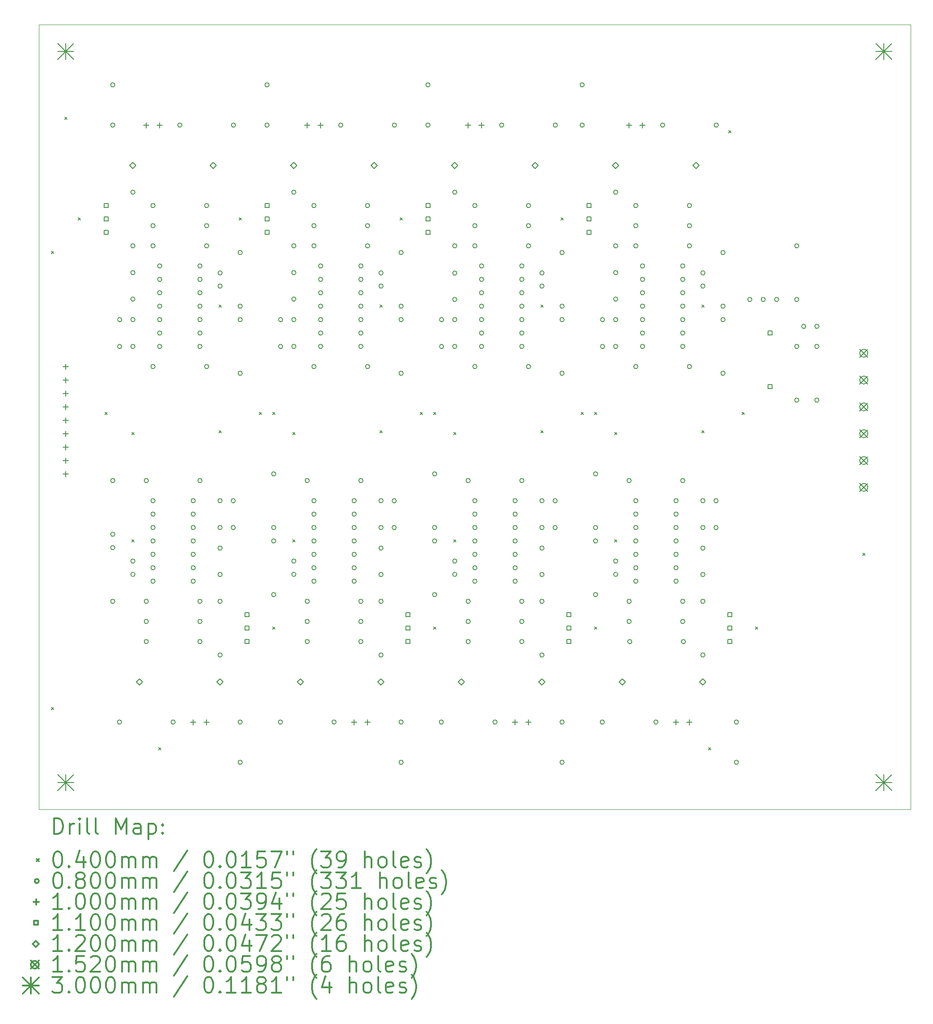
<source format=gbr>
%FSLAX45Y45*%
G04 Gerber Fmt 4.5, Leading zero omitted, Abs format (unit mm)*
G04 Created by KiCad (PCBNEW 5.1.10) date 2021-06-29 12:59:54*
%MOMM*%
%LPD*%
G01*
G04 APERTURE LIST*
%TA.AperFunction,Profile*%
%ADD10C,0.050000*%
%TD*%
%ADD11C,0.200000*%
%ADD12C,0.300000*%
G04 APERTURE END LIST*
D10*
X21590000Y-1397000D02*
X5080000Y-1397000D01*
X21590000Y-16256000D02*
X21590000Y-1397000D01*
X5080000Y-16256000D02*
X21590000Y-16256000D01*
X5080000Y-1397000D02*
X5080000Y-16256000D01*
D11*
X5314000Y-5695000D02*
X5354000Y-5735000D01*
X5354000Y-5695000D02*
X5314000Y-5735000D01*
X5314000Y-14331000D02*
X5354000Y-14371000D01*
X5354000Y-14331000D02*
X5314000Y-14371000D01*
X5568000Y-3155000D02*
X5608000Y-3195000D01*
X5608000Y-3155000D02*
X5568000Y-3195000D01*
X5822000Y-5060000D02*
X5862000Y-5100000D01*
X5862000Y-5060000D02*
X5822000Y-5100000D01*
X6330000Y-8743000D02*
X6370000Y-8783000D01*
X6370000Y-8743000D02*
X6330000Y-8783000D01*
X6838000Y-9124000D02*
X6878000Y-9164000D01*
X6878000Y-9124000D02*
X6838000Y-9164000D01*
X6838000Y-11156000D02*
X6878000Y-11196000D01*
X6878000Y-11156000D02*
X6838000Y-11196000D01*
X7346000Y-15093000D02*
X7386000Y-15133000D01*
X7386000Y-15093000D02*
X7346000Y-15133000D01*
X8489000Y-6711000D02*
X8529000Y-6751000D01*
X8529000Y-6711000D02*
X8489000Y-6751000D01*
X8489000Y-9090000D02*
X8529000Y-9130000D01*
X8529000Y-9090000D02*
X8489000Y-9130000D01*
X8870000Y-5060000D02*
X8910000Y-5100000D01*
X8910000Y-5060000D02*
X8870000Y-5100000D01*
X9251000Y-8743000D02*
X9291000Y-8783000D01*
X9291000Y-8743000D02*
X9251000Y-8783000D01*
X9505000Y-8743000D02*
X9545000Y-8783000D01*
X9545000Y-8743000D02*
X9505000Y-8783000D01*
X9505000Y-12807000D02*
X9545000Y-12847000D01*
X9545000Y-12807000D02*
X9505000Y-12847000D01*
X9886000Y-9124000D02*
X9926000Y-9164000D01*
X9926000Y-9124000D02*
X9886000Y-9164000D01*
X9886000Y-11156000D02*
X9926000Y-11196000D01*
X9926000Y-11156000D02*
X9886000Y-11196000D01*
X11537000Y-6711000D02*
X11577000Y-6751000D01*
X11577000Y-6711000D02*
X11537000Y-6751000D01*
X11537000Y-9090000D02*
X11577000Y-9130000D01*
X11577000Y-9090000D02*
X11537000Y-9130000D01*
X11918000Y-5060000D02*
X11958000Y-5100000D01*
X11958000Y-5060000D02*
X11918000Y-5100000D01*
X12299000Y-8743000D02*
X12339000Y-8783000D01*
X12339000Y-8743000D02*
X12299000Y-8783000D01*
X12553000Y-8743000D02*
X12593000Y-8783000D01*
X12593000Y-8743000D02*
X12553000Y-8783000D01*
X12553000Y-12807000D02*
X12593000Y-12847000D01*
X12593000Y-12807000D02*
X12553000Y-12847000D01*
X12934000Y-9124000D02*
X12974000Y-9164000D01*
X12974000Y-9124000D02*
X12934000Y-9164000D01*
X12934000Y-11156000D02*
X12974000Y-11196000D01*
X12974000Y-11156000D02*
X12934000Y-11196000D01*
X14585000Y-6711000D02*
X14625000Y-6751000D01*
X14625000Y-6711000D02*
X14585000Y-6751000D01*
X14585000Y-9090000D02*
X14625000Y-9130000D01*
X14625000Y-9090000D02*
X14585000Y-9130000D01*
X14966000Y-5060000D02*
X15006000Y-5100000D01*
X15006000Y-5060000D02*
X14966000Y-5100000D01*
X15347000Y-8743000D02*
X15387000Y-8783000D01*
X15387000Y-8743000D02*
X15347000Y-8783000D01*
X15601000Y-8743000D02*
X15641000Y-8783000D01*
X15641000Y-8743000D02*
X15601000Y-8783000D01*
X15601000Y-12807000D02*
X15641000Y-12847000D01*
X15641000Y-12807000D02*
X15601000Y-12847000D01*
X15982000Y-9124000D02*
X16022000Y-9164000D01*
X16022000Y-9124000D02*
X15982000Y-9164000D01*
X15982000Y-11156000D02*
X16022000Y-11196000D01*
X16022000Y-11156000D02*
X15982000Y-11196000D01*
X17633000Y-6711000D02*
X17673000Y-6751000D01*
X17673000Y-6711000D02*
X17633000Y-6751000D01*
X17633000Y-9090000D02*
X17673000Y-9130000D01*
X17673000Y-9090000D02*
X17633000Y-9130000D01*
X17760000Y-15093000D02*
X17800000Y-15133000D01*
X17800000Y-15093000D02*
X17760000Y-15133000D01*
X18141000Y-3409000D02*
X18181000Y-3449000D01*
X18181000Y-3409000D02*
X18141000Y-3449000D01*
X18395000Y-8743000D02*
X18435000Y-8783000D01*
X18435000Y-8743000D02*
X18395000Y-8783000D01*
X18649000Y-12807000D02*
X18689000Y-12847000D01*
X18689000Y-12807000D02*
X18649000Y-12847000D01*
X20681000Y-11410000D02*
X20721000Y-11450000D01*
X20721000Y-11410000D02*
X20681000Y-11450000D01*
X6517000Y-2540000D02*
G75*
G03*
X6517000Y-2540000I-40000J0D01*
G01*
X6517000Y-3302000D02*
G75*
G03*
X6517000Y-3302000I-40000J0D01*
G01*
X6517000Y-10033000D02*
G75*
G03*
X6517000Y-10033000I-40000J0D01*
G01*
X6517000Y-11049000D02*
G75*
G03*
X6517000Y-11049000I-40000J0D01*
G01*
X6517000Y-11303000D02*
G75*
G03*
X6517000Y-11303000I-40000J0D01*
G01*
X6517000Y-12319000D02*
G75*
G03*
X6517000Y-12319000I-40000J0D01*
G01*
X6644000Y-14605000D02*
G75*
G03*
X6644000Y-14605000I-40000J0D01*
G01*
X6648000Y-6985000D02*
G75*
G03*
X6648000Y-6985000I-40000J0D01*
G01*
X6648000Y-7493000D02*
G75*
G03*
X6648000Y-7493000I-40000J0D01*
G01*
X6898000Y-4572000D02*
G75*
G03*
X6898000Y-4572000I-40000J0D01*
G01*
X6898000Y-5588000D02*
G75*
G03*
X6898000Y-5588000I-40000J0D01*
G01*
X6898000Y-6096000D02*
G75*
G03*
X6898000Y-6096000I-40000J0D01*
G01*
X6898000Y-6596000D02*
G75*
G03*
X6898000Y-6596000I-40000J0D01*
G01*
X6898000Y-6985000D02*
G75*
G03*
X6898000Y-6985000I-40000J0D01*
G01*
X6898000Y-7493000D02*
G75*
G03*
X6898000Y-7493000I-40000J0D01*
G01*
X6898000Y-11557000D02*
G75*
G03*
X6898000Y-11557000I-40000J0D01*
G01*
X6898000Y-11807000D02*
G75*
G03*
X6898000Y-11807000I-40000J0D01*
G01*
X7152000Y-10033000D02*
G75*
G03*
X7152000Y-10033000I-40000J0D01*
G01*
X7152000Y-12319000D02*
G75*
G03*
X7152000Y-12319000I-40000J0D01*
G01*
X7152000Y-12700000D02*
G75*
G03*
X7152000Y-12700000I-40000J0D01*
G01*
X7152000Y-13081000D02*
G75*
G03*
X7152000Y-13081000I-40000J0D01*
G01*
X7279000Y-4826000D02*
G75*
G03*
X7279000Y-4826000I-40000J0D01*
G01*
X7279000Y-5207000D02*
G75*
G03*
X7279000Y-5207000I-40000J0D01*
G01*
X7279000Y-5588000D02*
G75*
G03*
X7279000Y-5588000I-40000J0D01*
G01*
X7279000Y-7874000D02*
G75*
G03*
X7279000Y-7874000I-40000J0D01*
G01*
X7279000Y-10414000D02*
G75*
G03*
X7279000Y-10414000I-40000J0D01*
G01*
X7279000Y-10668000D02*
G75*
G03*
X7279000Y-10668000I-40000J0D01*
G01*
X7279000Y-10922000D02*
G75*
G03*
X7279000Y-10922000I-40000J0D01*
G01*
X7279000Y-11176000D02*
G75*
G03*
X7279000Y-11176000I-40000J0D01*
G01*
X7279000Y-11430000D02*
G75*
G03*
X7279000Y-11430000I-40000J0D01*
G01*
X7279000Y-11684000D02*
G75*
G03*
X7279000Y-11684000I-40000J0D01*
G01*
X7279000Y-11938000D02*
G75*
G03*
X7279000Y-11938000I-40000J0D01*
G01*
X7406000Y-5969000D02*
G75*
G03*
X7406000Y-5969000I-40000J0D01*
G01*
X7406000Y-6223000D02*
G75*
G03*
X7406000Y-6223000I-40000J0D01*
G01*
X7406000Y-6477000D02*
G75*
G03*
X7406000Y-6477000I-40000J0D01*
G01*
X7406000Y-6731000D02*
G75*
G03*
X7406000Y-6731000I-40000J0D01*
G01*
X7406000Y-6985000D02*
G75*
G03*
X7406000Y-6985000I-40000J0D01*
G01*
X7406000Y-7239000D02*
G75*
G03*
X7406000Y-7239000I-40000J0D01*
G01*
X7406000Y-7493000D02*
G75*
G03*
X7406000Y-7493000I-40000J0D01*
G01*
X7660000Y-14605000D02*
G75*
G03*
X7660000Y-14605000I-40000J0D01*
G01*
X7787000Y-3302000D02*
G75*
G03*
X7787000Y-3302000I-40000J0D01*
G01*
X8041000Y-10414000D02*
G75*
G03*
X8041000Y-10414000I-40000J0D01*
G01*
X8041000Y-10668000D02*
G75*
G03*
X8041000Y-10668000I-40000J0D01*
G01*
X8041000Y-10922000D02*
G75*
G03*
X8041000Y-10922000I-40000J0D01*
G01*
X8041000Y-11176000D02*
G75*
G03*
X8041000Y-11176000I-40000J0D01*
G01*
X8041000Y-11430000D02*
G75*
G03*
X8041000Y-11430000I-40000J0D01*
G01*
X8041000Y-11684000D02*
G75*
G03*
X8041000Y-11684000I-40000J0D01*
G01*
X8041000Y-11938000D02*
G75*
G03*
X8041000Y-11938000I-40000J0D01*
G01*
X8168000Y-5969000D02*
G75*
G03*
X8168000Y-5969000I-40000J0D01*
G01*
X8168000Y-6223000D02*
G75*
G03*
X8168000Y-6223000I-40000J0D01*
G01*
X8168000Y-6477000D02*
G75*
G03*
X8168000Y-6477000I-40000J0D01*
G01*
X8168000Y-6731000D02*
G75*
G03*
X8168000Y-6731000I-40000J0D01*
G01*
X8168000Y-6985000D02*
G75*
G03*
X8168000Y-6985000I-40000J0D01*
G01*
X8168000Y-7239000D02*
G75*
G03*
X8168000Y-7239000I-40000J0D01*
G01*
X8168000Y-7493000D02*
G75*
G03*
X8168000Y-7493000I-40000J0D01*
G01*
X8168000Y-10033000D02*
G75*
G03*
X8168000Y-10033000I-40000J0D01*
G01*
X8168000Y-12319000D02*
G75*
G03*
X8168000Y-12319000I-40000J0D01*
G01*
X8168000Y-12700000D02*
G75*
G03*
X8168000Y-12700000I-40000J0D01*
G01*
X8168000Y-13081000D02*
G75*
G03*
X8168000Y-13081000I-40000J0D01*
G01*
X8295000Y-4826000D02*
G75*
G03*
X8295000Y-4826000I-40000J0D01*
G01*
X8295000Y-5207000D02*
G75*
G03*
X8295000Y-5207000I-40000J0D01*
G01*
X8295000Y-5588000D02*
G75*
G03*
X8295000Y-5588000I-40000J0D01*
G01*
X8295000Y-7874000D02*
G75*
G03*
X8295000Y-7874000I-40000J0D01*
G01*
X8549000Y-6100000D02*
G75*
G03*
X8549000Y-6100000I-40000J0D01*
G01*
X8549000Y-6350000D02*
G75*
G03*
X8549000Y-6350000I-40000J0D01*
G01*
X8549000Y-10414000D02*
G75*
G03*
X8549000Y-10414000I-40000J0D01*
G01*
X8549000Y-10922000D02*
G75*
G03*
X8549000Y-10922000I-40000J0D01*
G01*
X8549000Y-11311000D02*
G75*
G03*
X8549000Y-11311000I-40000J0D01*
G01*
X8549000Y-11811000D02*
G75*
G03*
X8549000Y-11811000I-40000J0D01*
G01*
X8549000Y-12319000D02*
G75*
G03*
X8549000Y-12319000I-40000J0D01*
G01*
X8549000Y-13335000D02*
G75*
G03*
X8549000Y-13335000I-40000J0D01*
G01*
X8799000Y-10414000D02*
G75*
G03*
X8799000Y-10414000I-40000J0D01*
G01*
X8799000Y-10922000D02*
G75*
G03*
X8799000Y-10922000I-40000J0D01*
G01*
X8803000Y-3302000D02*
G75*
G03*
X8803000Y-3302000I-40000J0D01*
G01*
X8930000Y-5715000D02*
G75*
G03*
X8930000Y-5715000I-40000J0D01*
G01*
X8930000Y-6731000D02*
G75*
G03*
X8930000Y-6731000I-40000J0D01*
G01*
X8930000Y-6985000D02*
G75*
G03*
X8930000Y-6985000I-40000J0D01*
G01*
X8930000Y-8001000D02*
G75*
G03*
X8930000Y-8001000I-40000J0D01*
G01*
X8930000Y-14605000D02*
G75*
G03*
X8930000Y-14605000I-40000J0D01*
G01*
X8930000Y-15367000D02*
G75*
G03*
X8930000Y-15367000I-40000J0D01*
G01*
X9438000Y-2540000D02*
G75*
G03*
X9438000Y-2540000I-40000J0D01*
G01*
X9438000Y-3302000D02*
G75*
G03*
X9438000Y-3302000I-40000J0D01*
G01*
X9565000Y-9906000D02*
G75*
G03*
X9565000Y-9906000I-40000J0D01*
G01*
X9565000Y-10922000D02*
G75*
G03*
X9565000Y-10922000I-40000J0D01*
G01*
X9565000Y-11176000D02*
G75*
G03*
X9565000Y-11176000I-40000J0D01*
G01*
X9565000Y-12192000D02*
G75*
G03*
X9565000Y-12192000I-40000J0D01*
G01*
X9692000Y-14605000D02*
G75*
G03*
X9692000Y-14605000I-40000J0D01*
G01*
X9696000Y-6985000D02*
G75*
G03*
X9696000Y-6985000I-40000J0D01*
G01*
X9696000Y-7493000D02*
G75*
G03*
X9696000Y-7493000I-40000J0D01*
G01*
X9946000Y-4572000D02*
G75*
G03*
X9946000Y-4572000I-40000J0D01*
G01*
X9946000Y-5588000D02*
G75*
G03*
X9946000Y-5588000I-40000J0D01*
G01*
X9946000Y-6096000D02*
G75*
G03*
X9946000Y-6096000I-40000J0D01*
G01*
X9946000Y-6596000D02*
G75*
G03*
X9946000Y-6596000I-40000J0D01*
G01*
X9946000Y-6985000D02*
G75*
G03*
X9946000Y-6985000I-40000J0D01*
G01*
X9946000Y-7493000D02*
G75*
G03*
X9946000Y-7493000I-40000J0D01*
G01*
X9946000Y-11557000D02*
G75*
G03*
X9946000Y-11557000I-40000J0D01*
G01*
X9946000Y-11807000D02*
G75*
G03*
X9946000Y-11807000I-40000J0D01*
G01*
X10200000Y-10033000D02*
G75*
G03*
X10200000Y-10033000I-40000J0D01*
G01*
X10200000Y-12319000D02*
G75*
G03*
X10200000Y-12319000I-40000J0D01*
G01*
X10200000Y-12700000D02*
G75*
G03*
X10200000Y-12700000I-40000J0D01*
G01*
X10200000Y-13081000D02*
G75*
G03*
X10200000Y-13081000I-40000J0D01*
G01*
X10327000Y-4826000D02*
G75*
G03*
X10327000Y-4826000I-40000J0D01*
G01*
X10327000Y-5207000D02*
G75*
G03*
X10327000Y-5207000I-40000J0D01*
G01*
X10327000Y-5588000D02*
G75*
G03*
X10327000Y-5588000I-40000J0D01*
G01*
X10327000Y-7874000D02*
G75*
G03*
X10327000Y-7874000I-40000J0D01*
G01*
X10327000Y-10414000D02*
G75*
G03*
X10327000Y-10414000I-40000J0D01*
G01*
X10327000Y-10668000D02*
G75*
G03*
X10327000Y-10668000I-40000J0D01*
G01*
X10327000Y-10922000D02*
G75*
G03*
X10327000Y-10922000I-40000J0D01*
G01*
X10327000Y-11176000D02*
G75*
G03*
X10327000Y-11176000I-40000J0D01*
G01*
X10327000Y-11430000D02*
G75*
G03*
X10327000Y-11430000I-40000J0D01*
G01*
X10327000Y-11684000D02*
G75*
G03*
X10327000Y-11684000I-40000J0D01*
G01*
X10327000Y-11938000D02*
G75*
G03*
X10327000Y-11938000I-40000J0D01*
G01*
X10454000Y-5969000D02*
G75*
G03*
X10454000Y-5969000I-40000J0D01*
G01*
X10454000Y-6223000D02*
G75*
G03*
X10454000Y-6223000I-40000J0D01*
G01*
X10454000Y-6477000D02*
G75*
G03*
X10454000Y-6477000I-40000J0D01*
G01*
X10454000Y-6731000D02*
G75*
G03*
X10454000Y-6731000I-40000J0D01*
G01*
X10454000Y-6985000D02*
G75*
G03*
X10454000Y-6985000I-40000J0D01*
G01*
X10454000Y-7239000D02*
G75*
G03*
X10454000Y-7239000I-40000J0D01*
G01*
X10454000Y-7493000D02*
G75*
G03*
X10454000Y-7493000I-40000J0D01*
G01*
X10708000Y-14605000D02*
G75*
G03*
X10708000Y-14605000I-40000J0D01*
G01*
X10835000Y-3302000D02*
G75*
G03*
X10835000Y-3302000I-40000J0D01*
G01*
X11089000Y-10414000D02*
G75*
G03*
X11089000Y-10414000I-40000J0D01*
G01*
X11089000Y-10668000D02*
G75*
G03*
X11089000Y-10668000I-40000J0D01*
G01*
X11089000Y-10922000D02*
G75*
G03*
X11089000Y-10922000I-40000J0D01*
G01*
X11089000Y-11176000D02*
G75*
G03*
X11089000Y-11176000I-40000J0D01*
G01*
X11089000Y-11430000D02*
G75*
G03*
X11089000Y-11430000I-40000J0D01*
G01*
X11089000Y-11684000D02*
G75*
G03*
X11089000Y-11684000I-40000J0D01*
G01*
X11089000Y-11938000D02*
G75*
G03*
X11089000Y-11938000I-40000J0D01*
G01*
X11216000Y-5969000D02*
G75*
G03*
X11216000Y-5969000I-40000J0D01*
G01*
X11216000Y-6223000D02*
G75*
G03*
X11216000Y-6223000I-40000J0D01*
G01*
X11216000Y-6477000D02*
G75*
G03*
X11216000Y-6477000I-40000J0D01*
G01*
X11216000Y-6731000D02*
G75*
G03*
X11216000Y-6731000I-40000J0D01*
G01*
X11216000Y-6985000D02*
G75*
G03*
X11216000Y-6985000I-40000J0D01*
G01*
X11216000Y-7239000D02*
G75*
G03*
X11216000Y-7239000I-40000J0D01*
G01*
X11216000Y-7493000D02*
G75*
G03*
X11216000Y-7493000I-40000J0D01*
G01*
X11216000Y-10033000D02*
G75*
G03*
X11216000Y-10033000I-40000J0D01*
G01*
X11216000Y-12319000D02*
G75*
G03*
X11216000Y-12319000I-40000J0D01*
G01*
X11216000Y-12700000D02*
G75*
G03*
X11216000Y-12700000I-40000J0D01*
G01*
X11216000Y-13081000D02*
G75*
G03*
X11216000Y-13081000I-40000J0D01*
G01*
X11343000Y-4826000D02*
G75*
G03*
X11343000Y-4826000I-40000J0D01*
G01*
X11343000Y-5207000D02*
G75*
G03*
X11343000Y-5207000I-40000J0D01*
G01*
X11343000Y-5588000D02*
G75*
G03*
X11343000Y-5588000I-40000J0D01*
G01*
X11343000Y-7874000D02*
G75*
G03*
X11343000Y-7874000I-40000J0D01*
G01*
X11597000Y-6100000D02*
G75*
G03*
X11597000Y-6100000I-40000J0D01*
G01*
X11597000Y-6350000D02*
G75*
G03*
X11597000Y-6350000I-40000J0D01*
G01*
X11597000Y-10414000D02*
G75*
G03*
X11597000Y-10414000I-40000J0D01*
G01*
X11597000Y-10922000D02*
G75*
G03*
X11597000Y-10922000I-40000J0D01*
G01*
X11597000Y-11311000D02*
G75*
G03*
X11597000Y-11311000I-40000J0D01*
G01*
X11597000Y-11811000D02*
G75*
G03*
X11597000Y-11811000I-40000J0D01*
G01*
X11597000Y-12319000D02*
G75*
G03*
X11597000Y-12319000I-40000J0D01*
G01*
X11597000Y-13335000D02*
G75*
G03*
X11597000Y-13335000I-40000J0D01*
G01*
X11847000Y-10414000D02*
G75*
G03*
X11847000Y-10414000I-40000J0D01*
G01*
X11847000Y-10922000D02*
G75*
G03*
X11847000Y-10922000I-40000J0D01*
G01*
X11851000Y-3302000D02*
G75*
G03*
X11851000Y-3302000I-40000J0D01*
G01*
X11978000Y-5715000D02*
G75*
G03*
X11978000Y-5715000I-40000J0D01*
G01*
X11978000Y-6731000D02*
G75*
G03*
X11978000Y-6731000I-40000J0D01*
G01*
X11978000Y-6985000D02*
G75*
G03*
X11978000Y-6985000I-40000J0D01*
G01*
X11978000Y-8001000D02*
G75*
G03*
X11978000Y-8001000I-40000J0D01*
G01*
X11978000Y-14605000D02*
G75*
G03*
X11978000Y-14605000I-40000J0D01*
G01*
X11978000Y-15367000D02*
G75*
G03*
X11978000Y-15367000I-40000J0D01*
G01*
X12486000Y-2540000D02*
G75*
G03*
X12486000Y-2540000I-40000J0D01*
G01*
X12486000Y-3302000D02*
G75*
G03*
X12486000Y-3302000I-40000J0D01*
G01*
X12613000Y-9906000D02*
G75*
G03*
X12613000Y-9906000I-40000J0D01*
G01*
X12613000Y-10922000D02*
G75*
G03*
X12613000Y-10922000I-40000J0D01*
G01*
X12613000Y-11176000D02*
G75*
G03*
X12613000Y-11176000I-40000J0D01*
G01*
X12613000Y-12192000D02*
G75*
G03*
X12613000Y-12192000I-40000J0D01*
G01*
X12740000Y-14605000D02*
G75*
G03*
X12740000Y-14605000I-40000J0D01*
G01*
X12744000Y-6985000D02*
G75*
G03*
X12744000Y-6985000I-40000J0D01*
G01*
X12744000Y-7493000D02*
G75*
G03*
X12744000Y-7493000I-40000J0D01*
G01*
X12994000Y-4572000D02*
G75*
G03*
X12994000Y-4572000I-40000J0D01*
G01*
X12994000Y-5588000D02*
G75*
G03*
X12994000Y-5588000I-40000J0D01*
G01*
X12994000Y-6104000D02*
G75*
G03*
X12994000Y-6104000I-40000J0D01*
G01*
X12994000Y-6604000D02*
G75*
G03*
X12994000Y-6604000I-40000J0D01*
G01*
X12994000Y-6985000D02*
G75*
G03*
X12994000Y-6985000I-40000J0D01*
G01*
X12994000Y-7493000D02*
G75*
G03*
X12994000Y-7493000I-40000J0D01*
G01*
X12994000Y-11557000D02*
G75*
G03*
X12994000Y-11557000I-40000J0D01*
G01*
X12994000Y-11807000D02*
G75*
G03*
X12994000Y-11807000I-40000J0D01*
G01*
X13248000Y-10033000D02*
G75*
G03*
X13248000Y-10033000I-40000J0D01*
G01*
X13248000Y-12319000D02*
G75*
G03*
X13248000Y-12319000I-40000J0D01*
G01*
X13248000Y-12700000D02*
G75*
G03*
X13248000Y-12700000I-40000J0D01*
G01*
X13248000Y-13081000D02*
G75*
G03*
X13248000Y-13081000I-40000J0D01*
G01*
X13375000Y-4826000D02*
G75*
G03*
X13375000Y-4826000I-40000J0D01*
G01*
X13375000Y-5207000D02*
G75*
G03*
X13375000Y-5207000I-40000J0D01*
G01*
X13375000Y-5588000D02*
G75*
G03*
X13375000Y-5588000I-40000J0D01*
G01*
X13375000Y-7874000D02*
G75*
G03*
X13375000Y-7874000I-40000J0D01*
G01*
X13375000Y-10414000D02*
G75*
G03*
X13375000Y-10414000I-40000J0D01*
G01*
X13375000Y-10668000D02*
G75*
G03*
X13375000Y-10668000I-40000J0D01*
G01*
X13375000Y-10922000D02*
G75*
G03*
X13375000Y-10922000I-40000J0D01*
G01*
X13375000Y-11176000D02*
G75*
G03*
X13375000Y-11176000I-40000J0D01*
G01*
X13375000Y-11430000D02*
G75*
G03*
X13375000Y-11430000I-40000J0D01*
G01*
X13375000Y-11684000D02*
G75*
G03*
X13375000Y-11684000I-40000J0D01*
G01*
X13375000Y-11938000D02*
G75*
G03*
X13375000Y-11938000I-40000J0D01*
G01*
X13502000Y-5969000D02*
G75*
G03*
X13502000Y-5969000I-40000J0D01*
G01*
X13502000Y-6223000D02*
G75*
G03*
X13502000Y-6223000I-40000J0D01*
G01*
X13502000Y-6477000D02*
G75*
G03*
X13502000Y-6477000I-40000J0D01*
G01*
X13502000Y-6731000D02*
G75*
G03*
X13502000Y-6731000I-40000J0D01*
G01*
X13502000Y-6985000D02*
G75*
G03*
X13502000Y-6985000I-40000J0D01*
G01*
X13502000Y-7239000D02*
G75*
G03*
X13502000Y-7239000I-40000J0D01*
G01*
X13502000Y-7493000D02*
G75*
G03*
X13502000Y-7493000I-40000J0D01*
G01*
X13756000Y-14605000D02*
G75*
G03*
X13756000Y-14605000I-40000J0D01*
G01*
X13883000Y-3302000D02*
G75*
G03*
X13883000Y-3302000I-40000J0D01*
G01*
X14137000Y-10414000D02*
G75*
G03*
X14137000Y-10414000I-40000J0D01*
G01*
X14137000Y-10668000D02*
G75*
G03*
X14137000Y-10668000I-40000J0D01*
G01*
X14137000Y-10922000D02*
G75*
G03*
X14137000Y-10922000I-40000J0D01*
G01*
X14137000Y-11176000D02*
G75*
G03*
X14137000Y-11176000I-40000J0D01*
G01*
X14137000Y-11430000D02*
G75*
G03*
X14137000Y-11430000I-40000J0D01*
G01*
X14137000Y-11684000D02*
G75*
G03*
X14137000Y-11684000I-40000J0D01*
G01*
X14137000Y-11938000D02*
G75*
G03*
X14137000Y-11938000I-40000J0D01*
G01*
X14264000Y-5969000D02*
G75*
G03*
X14264000Y-5969000I-40000J0D01*
G01*
X14264000Y-6223000D02*
G75*
G03*
X14264000Y-6223000I-40000J0D01*
G01*
X14264000Y-6477000D02*
G75*
G03*
X14264000Y-6477000I-40000J0D01*
G01*
X14264000Y-6731000D02*
G75*
G03*
X14264000Y-6731000I-40000J0D01*
G01*
X14264000Y-6985000D02*
G75*
G03*
X14264000Y-6985000I-40000J0D01*
G01*
X14264000Y-7239000D02*
G75*
G03*
X14264000Y-7239000I-40000J0D01*
G01*
X14264000Y-7493000D02*
G75*
G03*
X14264000Y-7493000I-40000J0D01*
G01*
X14264000Y-10033000D02*
G75*
G03*
X14264000Y-10033000I-40000J0D01*
G01*
X14264000Y-12319000D02*
G75*
G03*
X14264000Y-12319000I-40000J0D01*
G01*
X14264000Y-12700000D02*
G75*
G03*
X14264000Y-12700000I-40000J0D01*
G01*
X14264000Y-13081000D02*
G75*
G03*
X14264000Y-13081000I-40000J0D01*
G01*
X14391000Y-4826000D02*
G75*
G03*
X14391000Y-4826000I-40000J0D01*
G01*
X14391000Y-5207000D02*
G75*
G03*
X14391000Y-5207000I-40000J0D01*
G01*
X14391000Y-5588000D02*
G75*
G03*
X14391000Y-5588000I-40000J0D01*
G01*
X14391000Y-7874000D02*
G75*
G03*
X14391000Y-7874000I-40000J0D01*
G01*
X14645000Y-6100000D02*
G75*
G03*
X14645000Y-6100000I-40000J0D01*
G01*
X14645000Y-6350000D02*
G75*
G03*
X14645000Y-6350000I-40000J0D01*
G01*
X14645000Y-10414000D02*
G75*
G03*
X14645000Y-10414000I-40000J0D01*
G01*
X14645000Y-10922000D02*
G75*
G03*
X14645000Y-10922000I-40000J0D01*
G01*
X14645000Y-11311000D02*
G75*
G03*
X14645000Y-11311000I-40000J0D01*
G01*
X14645000Y-11811000D02*
G75*
G03*
X14645000Y-11811000I-40000J0D01*
G01*
X14645000Y-12319000D02*
G75*
G03*
X14645000Y-12319000I-40000J0D01*
G01*
X14645000Y-13335000D02*
G75*
G03*
X14645000Y-13335000I-40000J0D01*
G01*
X14895000Y-10414000D02*
G75*
G03*
X14895000Y-10414000I-40000J0D01*
G01*
X14895000Y-10922000D02*
G75*
G03*
X14895000Y-10922000I-40000J0D01*
G01*
X14899000Y-3302000D02*
G75*
G03*
X14899000Y-3302000I-40000J0D01*
G01*
X15026000Y-5715000D02*
G75*
G03*
X15026000Y-5715000I-40000J0D01*
G01*
X15026000Y-6731000D02*
G75*
G03*
X15026000Y-6731000I-40000J0D01*
G01*
X15026000Y-6985000D02*
G75*
G03*
X15026000Y-6985000I-40000J0D01*
G01*
X15026000Y-8001000D02*
G75*
G03*
X15026000Y-8001000I-40000J0D01*
G01*
X15026000Y-14605000D02*
G75*
G03*
X15026000Y-14605000I-40000J0D01*
G01*
X15026000Y-15367000D02*
G75*
G03*
X15026000Y-15367000I-40000J0D01*
G01*
X15407000Y-2540000D02*
G75*
G03*
X15407000Y-2540000I-40000J0D01*
G01*
X15407000Y-3302000D02*
G75*
G03*
X15407000Y-3302000I-40000J0D01*
G01*
X15661000Y-9906000D02*
G75*
G03*
X15661000Y-9906000I-40000J0D01*
G01*
X15661000Y-10922000D02*
G75*
G03*
X15661000Y-10922000I-40000J0D01*
G01*
X15661000Y-11176000D02*
G75*
G03*
X15661000Y-11176000I-40000J0D01*
G01*
X15661000Y-12192000D02*
G75*
G03*
X15661000Y-12192000I-40000J0D01*
G01*
X15788000Y-14605000D02*
G75*
G03*
X15788000Y-14605000I-40000J0D01*
G01*
X15792000Y-6985000D02*
G75*
G03*
X15792000Y-6985000I-40000J0D01*
G01*
X15792000Y-7493000D02*
G75*
G03*
X15792000Y-7493000I-40000J0D01*
G01*
X16042000Y-4572000D02*
G75*
G03*
X16042000Y-4572000I-40000J0D01*
G01*
X16042000Y-5588000D02*
G75*
G03*
X16042000Y-5588000I-40000J0D01*
G01*
X16042000Y-6096000D02*
G75*
G03*
X16042000Y-6096000I-40000J0D01*
G01*
X16042000Y-6596000D02*
G75*
G03*
X16042000Y-6596000I-40000J0D01*
G01*
X16042000Y-6985000D02*
G75*
G03*
X16042000Y-6985000I-40000J0D01*
G01*
X16042000Y-7493000D02*
G75*
G03*
X16042000Y-7493000I-40000J0D01*
G01*
X16042000Y-11557000D02*
G75*
G03*
X16042000Y-11557000I-40000J0D01*
G01*
X16042000Y-11807000D02*
G75*
G03*
X16042000Y-11807000I-40000J0D01*
G01*
X16296000Y-10033000D02*
G75*
G03*
X16296000Y-10033000I-40000J0D01*
G01*
X16296000Y-12319000D02*
G75*
G03*
X16296000Y-12319000I-40000J0D01*
G01*
X16296000Y-12700000D02*
G75*
G03*
X16296000Y-12700000I-40000J0D01*
G01*
X16308022Y-13081000D02*
G75*
G03*
X16308022Y-13081000I-40000J0D01*
G01*
X16423000Y-4826000D02*
G75*
G03*
X16423000Y-4826000I-40000J0D01*
G01*
X16423000Y-5207000D02*
G75*
G03*
X16423000Y-5207000I-40000J0D01*
G01*
X16423000Y-5588000D02*
G75*
G03*
X16423000Y-5588000I-40000J0D01*
G01*
X16423000Y-7874000D02*
G75*
G03*
X16423000Y-7874000I-40000J0D01*
G01*
X16423000Y-10414000D02*
G75*
G03*
X16423000Y-10414000I-40000J0D01*
G01*
X16423000Y-10668000D02*
G75*
G03*
X16423000Y-10668000I-40000J0D01*
G01*
X16423000Y-10922000D02*
G75*
G03*
X16423000Y-10922000I-40000J0D01*
G01*
X16423000Y-11176000D02*
G75*
G03*
X16423000Y-11176000I-40000J0D01*
G01*
X16423000Y-11430000D02*
G75*
G03*
X16423000Y-11430000I-40000J0D01*
G01*
X16423000Y-11684000D02*
G75*
G03*
X16423000Y-11684000I-40000J0D01*
G01*
X16423000Y-11938000D02*
G75*
G03*
X16423000Y-11938000I-40000J0D01*
G01*
X16550000Y-5969000D02*
G75*
G03*
X16550000Y-5969000I-40000J0D01*
G01*
X16550000Y-6223000D02*
G75*
G03*
X16550000Y-6223000I-40000J0D01*
G01*
X16550000Y-6477000D02*
G75*
G03*
X16550000Y-6477000I-40000J0D01*
G01*
X16550000Y-6731000D02*
G75*
G03*
X16550000Y-6731000I-40000J0D01*
G01*
X16550000Y-6985000D02*
G75*
G03*
X16550000Y-6985000I-40000J0D01*
G01*
X16550000Y-7239000D02*
G75*
G03*
X16550000Y-7239000I-40000J0D01*
G01*
X16550000Y-7493000D02*
G75*
G03*
X16550000Y-7493000I-40000J0D01*
G01*
X16804000Y-14605000D02*
G75*
G03*
X16804000Y-14605000I-40000J0D01*
G01*
X16931000Y-3302000D02*
G75*
G03*
X16931000Y-3302000I-40000J0D01*
G01*
X17185000Y-10414000D02*
G75*
G03*
X17185000Y-10414000I-40000J0D01*
G01*
X17185000Y-10668000D02*
G75*
G03*
X17185000Y-10668000I-40000J0D01*
G01*
X17185000Y-10922000D02*
G75*
G03*
X17185000Y-10922000I-40000J0D01*
G01*
X17185000Y-11176000D02*
G75*
G03*
X17185000Y-11176000I-40000J0D01*
G01*
X17185000Y-11430000D02*
G75*
G03*
X17185000Y-11430000I-40000J0D01*
G01*
X17185000Y-11684000D02*
G75*
G03*
X17185000Y-11684000I-40000J0D01*
G01*
X17185000Y-11938000D02*
G75*
G03*
X17185000Y-11938000I-40000J0D01*
G01*
X17312000Y-5969000D02*
G75*
G03*
X17312000Y-5969000I-40000J0D01*
G01*
X17312000Y-6223000D02*
G75*
G03*
X17312000Y-6223000I-40000J0D01*
G01*
X17312000Y-6477000D02*
G75*
G03*
X17312000Y-6477000I-40000J0D01*
G01*
X17312000Y-6731000D02*
G75*
G03*
X17312000Y-6731000I-40000J0D01*
G01*
X17312000Y-6985000D02*
G75*
G03*
X17312000Y-6985000I-40000J0D01*
G01*
X17312000Y-7239000D02*
G75*
G03*
X17312000Y-7239000I-40000J0D01*
G01*
X17312000Y-7493000D02*
G75*
G03*
X17312000Y-7493000I-40000J0D01*
G01*
X17312000Y-10033000D02*
G75*
G03*
X17312000Y-10033000I-40000J0D01*
G01*
X17312000Y-12319000D02*
G75*
G03*
X17312000Y-12319000I-40000J0D01*
G01*
X17312000Y-12700000D02*
G75*
G03*
X17312000Y-12700000I-40000J0D01*
G01*
X17324023Y-13081000D02*
G75*
G03*
X17324023Y-13081000I-40000J0D01*
G01*
X17439000Y-4826000D02*
G75*
G03*
X17439000Y-4826000I-40000J0D01*
G01*
X17439000Y-5207000D02*
G75*
G03*
X17439000Y-5207000I-40000J0D01*
G01*
X17439000Y-5588000D02*
G75*
G03*
X17439000Y-5588000I-40000J0D01*
G01*
X17439000Y-7874000D02*
G75*
G03*
X17439000Y-7874000I-40000J0D01*
G01*
X17693000Y-6100000D02*
G75*
G03*
X17693000Y-6100000I-40000J0D01*
G01*
X17693000Y-6350000D02*
G75*
G03*
X17693000Y-6350000I-40000J0D01*
G01*
X17693000Y-10414000D02*
G75*
G03*
X17693000Y-10414000I-40000J0D01*
G01*
X17693000Y-10922000D02*
G75*
G03*
X17693000Y-10922000I-40000J0D01*
G01*
X17693000Y-11311000D02*
G75*
G03*
X17693000Y-11311000I-40000J0D01*
G01*
X17693000Y-11811000D02*
G75*
G03*
X17693000Y-11811000I-40000J0D01*
G01*
X17693000Y-12319000D02*
G75*
G03*
X17693000Y-12319000I-40000J0D01*
G01*
X17693000Y-13335000D02*
G75*
G03*
X17693000Y-13335000I-40000J0D01*
G01*
X17943000Y-10414000D02*
G75*
G03*
X17943000Y-10414000I-40000J0D01*
G01*
X17943000Y-10922000D02*
G75*
G03*
X17943000Y-10922000I-40000J0D01*
G01*
X17947000Y-3302000D02*
G75*
G03*
X17947000Y-3302000I-40000J0D01*
G01*
X18074000Y-5715000D02*
G75*
G03*
X18074000Y-5715000I-40000J0D01*
G01*
X18074000Y-6731000D02*
G75*
G03*
X18074000Y-6731000I-40000J0D01*
G01*
X18074000Y-6985000D02*
G75*
G03*
X18074000Y-6985000I-40000J0D01*
G01*
X18074000Y-8001000D02*
G75*
G03*
X18074000Y-8001000I-40000J0D01*
G01*
X18328000Y-14605000D02*
G75*
G03*
X18328000Y-14605000I-40000J0D01*
G01*
X18328000Y-15367000D02*
G75*
G03*
X18328000Y-15367000I-40000J0D01*
G01*
X18582000Y-6604000D02*
G75*
G03*
X18582000Y-6604000I-40000J0D01*
G01*
X18836000Y-6604000D02*
G75*
G03*
X18836000Y-6604000I-40000J0D01*
G01*
X19090000Y-6604000D02*
G75*
G03*
X19090000Y-6604000I-40000J0D01*
G01*
X19471000Y-5588000D02*
G75*
G03*
X19471000Y-5588000I-40000J0D01*
G01*
X19471000Y-6604000D02*
G75*
G03*
X19471000Y-6604000I-40000J0D01*
G01*
X19471000Y-7493000D02*
G75*
G03*
X19471000Y-7493000I-40000J0D01*
G01*
X19471000Y-8509000D02*
G75*
G03*
X19471000Y-8509000I-40000J0D01*
G01*
X19602000Y-7112000D02*
G75*
G03*
X19602000Y-7112000I-40000J0D01*
G01*
X19852000Y-7112000D02*
G75*
G03*
X19852000Y-7112000I-40000J0D01*
G01*
X19852000Y-7493000D02*
G75*
G03*
X19852000Y-7493000I-40000J0D01*
G01*
X19852000Y-8509000D02*
G75*
G03*
X19852000Y-8509000I-40000J0D01*
G01*
X5588000Y-7824000D02*
X5588000Y-7924000D01*
X5538000Y-7874000D02*
X5638000Y-7874000D01*
X5588000Y-8078000D02*
X5588000Y-8178000D01*
X5538000Y-8128000D02*
X5638000Y-8128000D01*
X5588000Y-8332000D02*
X5588000Y-8432000D01*
X5538000Y-8382000D02*
X5638000Y-8382000D01*
X5588000Y-8586000D02*
X5588000Y-8686000D01*
X5538000Y-8636000D02*
X5638000Y-8636000D01*
X5588000Y-8840000D02*
X5588000Y-8940000D01*
X5538000Y-8890000D02*
X5638000Y-8890000D01*
X5588000Y-9094000D02*
X5588000Y-9194000D01*
X5538000Y-9144000D02*
X5638000Y-9144000D01*
X5588000Y-9348000D02*
X5588000Y-9448000D01*
X5538000Y-9398000D02*
X5638000Y-9398000D01*
X5588000Y-9602000D02*
X5588000Y-9702000D01*
X5538000Y-9652000D02*
X5638000Y-9652000D01*
X5588000Y-9856000D02*
X5588000Y-9956000D01*
X5538000Y-9906000D02*
X5638000Y-9906000D01*
X7112000Y-3252000D02*
X7112000Y-3352000D01*
X7062000Y-3302000D02*
X7162000Y-3302000D01*
X7366000Y-3252000D02*
X7366000Y-3352000D01*
X7316000Y-3302000D02*
X7416000Y-3302000D01*
X8001000Y-14555000D02*
X8001000Y-14655000D01*
X7951000Y-14605000D02*
X8051000Y-14605000D01*
X8255000Y-14555000D02*
X8255000Y-14655000D01*
X8205000Y-14605000D02*
X8305000Y-14605000D01*
X10160000Y-3252000D02*
X10160000Y-3352000D01*
X10110000Y-3302000D02*
X10210000Y-3302000D01*
X10414000Y-3252000D02*
X10414000Y-3352000D01*
X10364000Y-3302000D02*
X10464000Y-3302000D01*
X11049000Y-14555000D02*
X11049000Y-14655000D01*
X10999000Y-14605000D02*
X11099000Y-14605000D01*
X11303000Y-14555000D02*
X11303000Y-14655000D01*
X11253000Y-14605000D02*
X11353000Y-14605000D01*
X13208000Y-3252000D02*
X13208000Y-3352000D01*
X13158000Y-3302000D02*
X13258000Y-3302000D01*
X13462000Y-3252000D02*
X13462000Y-3352000D01*
X13412000Y-3302000D02*
X13512000Y-3302000D01*
X14097000Y-14555000D02*
X14097000Y-14655000D01*
X14047000Y-14605000D02*
X14147000Y-14605000D01*
X14351000Y-14555000D02*
X14351000Y-14655000D01*
X14301000Y-14605000D02*
X14401000Y-14605000D01*
X16256000Y-3252000D02*
X16256000Y-3352000D01*
X16206000Y-3302000D02*
X16306000Y-3302000D01*
X16510000Y-3252000D02*
X16510000Y-3352000D01*
X16460000Y-3302000D02*
X16560000Y-3302000D01*
X17145000Y-14555000D02*
X17145000Y-14655000D01*
X17095000Y-14605000D02*
X17195000Y-14605000D01*
X17399000Y-14555000D02*
X17399000Y-14655000D01*
X17349000Y-14605000D02*
X17449000Y-14605000D01*
X6388891Y-4864891D02*
X6388891Y-4787109D01*
X6311109Y-4787109D01*
X6311109Y-4864891D01*
X6388891Y-4864891D01*
X6388891Y-5118891D02*
X6388891Y-5041109D01*
X6311109Y-5041109D01*
X6311109Y-5118891D01*
X6388891Y-5118891D01*
X6388891Y-5372891D02*
X6388891Y-5295109D01*
X6311109Y-5295109D01*
X6311109Y-5372891D01*
X6388891Y-5372891D01*
X9055891Y-12611891D02*
X9055891Y-12534109D01*
X8978109Y-12534109D01*
X8978109Y-12611891D01*
X9055891Y-12611891D01*
X9055891Y-12865891D02*
X9055891Y-12788109D01*
X8978109Y-12788109D01*
X8978109Y-12865891D01*
X9055891Y-12865891D01*
X9055891Y-13119891D02*
X9055891Y-13042109D01*
X8978109Y-13042109D01*
X8978109Y-13119891D01*
X9055891Y-13119891D01*
X9436891Y-4864891D02*
X9436891Y-4787109D01*
X9359109Y-4787109D01*
X9359109Y-4864891D01*
X9436891Y-4864891D01*
X9436891Y-5118891D02*
X9436891Y-5041109D01*
X9359109Y-5041109D01*
X9359109Y-5118891D01*
X9436891Y-5118891D01*
X9436891Y-5372891D02*
X9436891Y-5295109D01*
X9359109Y-5295109D01*
X9359109Y-5372891D01*
X9436891Y-5372891D01*
X12103891Y-12611891D02*
X12103891Y-12534109D01*
X12026109Y-12534109D01*
X12026109Y-12611891D01*
X12103891Y-12611891D01*
X12103891Y-12865891D02*
X12103891Y-12788109D01*
X12026109Y-12788109D01*
X12026109Y-12865891D01*
X12103891Y-12865891D01*
X12103891Y-13119891D02*
X12103891Y-13042109D01*
X12026109Y-13042109D01*
X12026109Y-13119891D01*
X12103891Y-13119891D01*
X12484891Y-4864891D02*
X12484891Y-4787109D01*
X12407109Y-4787109D01*
X12407109Y-4864891D01*
X12484891Y-4864891D01*
X12484891Y-5118891D02*
X12484891Y-5041109D01*
X12407109Y-5041109D01*
X12407109Y-5118891D01*
X12484891Y-5118891D01*
X12484891Y-5372891D02*
X12484891Y-5295109D01*
X12407109Y-5295109D01*
X12407109Y-5372891D01*
X12484891Y-5372891D01*
X15151891Y-12611891D02*
X15151891Y-12534109D01*
X15074109Y-12534109D01*
X15074109Y-12611891D01*
X15151891Y-12611891D01*
X15151891Y-12865891D02*
X15151891Y-12788109D01*
X15074109Y-12788109D01*
X15074109Y-12865891D01*
X15151891Y-12865891D01*
X15151891Y-13119891D02*
X15151891Y-13042109D01*
X15074109Y-13042109D01*
X15074109Y-13119891D01*
X15151891Y-13119891D01*
X15532891Y-4864891D02*
X15532891Y-4787109D01*
X15455109Y-4787109D01*
X15455109Y-4864891D01*
X15532891Y-4864891D01*
X15532891Y-5118891D02*
X15532891Y-5041109D01*
X15455109Y-5041109D01*
X15455109Y-5118891D01*
X15532891Y-5118891D01*
X15532891Y-5372891D02*
X15532891Y-5295109D01*
X15455109Y-5295109D01*
X15455109Y-5372891D01*
X15532891Y-5372891D01*
X18199891Y-12611891D02*
X18199891Y-12534109D01*
X18122109Y-12534109D01*
X18122109Y-12611891D01*
X18199891Y-12611891D01*
X18199891Y-12865891D02*
X18199891Y-12788109D01*
X18122109Y-12788109D01*
X18122109Y-12865891D01*
X18199891Y-12865891D01*
X18199891Y-13119891D02*
X18199891Y-13042109D01*
X18122109Y-13042109D01*
X18122109Y-13119891D01*
X18199891Y-13119891D01*
X18961891Y-7277891D02*
X18961891Y-7200109D01*
X18884109Y-7200109D01*
X18884109Y-7277891D01*
X18961891Y-7277891D01*
X18961891Y-8293891D02*
X18961891Y-8216109D01*
X18884109Y-8216109D01*
X18884109Y-8293891D01*
X18961891Y-8293891D01*
X6858000Y-4124000D02*
X6918000Y-4064000D01*
X6858000Y-4004000D01*
X6798000Y-4064000D01*
X6858000Y-4124000D01*
X6985000Y-13903000D02*
X7045000Y-13843000D01*
X6985000Y-13783000D01*
X6925000Y-13843000D01*
X6985000Y-13903000D01*
X8382000Y-4124000D02*
X8442000Y-4064000D01*
X8382000Y-4004000D01*
X8322000Y-4064000D01*
X8382000Y-4124000D01*
X8509000Y-13903000D02*
X8569000Y-13843000D01*
X8509000Y-13783000D01*
X8449000Y-13843000D01*
X8509000Y-13903000D01*
X9906000Y-4124000D02*
X9966000Y-4064000D01*
X9906000Y-4004000D01*
X9846000Y-4064000D01*
X9906000Y-4124000D01*
X10033000Y-13903000D02*
X10093000Y-13843000D01*
X10033000Y-13783000D01*
X9973000Y-13843000D01*
X10033000Y-13903000D01*
X11430000Y-4124000D02*
X11490000Y-4064000D01*
X11430000Y-4004000D01*
X11370000Y-4064000D01*
X11430000Y-4124000D01*
X11557000Y-13903000D02*
X11617000Y-13843000D01*
X11557000Y-13783000D01*
X11497000Y-13843000D01*
X11557000Y-13903000D01*
X12954000Y-4124000D02*
X13014000Y-4064000D01*
X12954000Y-4004000D01*
X12894000Y-4064000D01*
X12954000Y-4124000D01*
X13081000Y-13903000D02*
X13141000Y-13843000D01*
X13081000Y-13783000D01*
X13021000Y-13843000D01*
X13081000Y-13903000D01*
X14478000Y-4124000D02*
X14538000Y-4064000D01*
X14478000Y-4004000D01*
X14418000Y-4064000D01*
X14478000Y-4124000D01*
X14605000Y-13903000D02*
X14665000Y-13843000D01*
X14605000Y-13783000D01*
X14545000Y-13843000D01*
X14605000Y-13903000D01*
X16002000Y-4124000D02*
X16062000Y-4064000D01*
X16002000Y-4004000D01*
X15942000Y-4064000D01*
X16002000Y-4124000D01*
X16129000Y-13903000D02*
X16189000Y-13843000D01*
X16129000Y-13783000D01*
X16069000Y-13843000D01*
X16129000Y-13903000D01*
X17526000Y-4124000D02*
X17586000Y-4064000D01*
X17526000Y-4004000D01*
X17466000Y-4064000D01*
X17526000Y-4124000D01*
X17653000Y-13903000D02*
X17713000Y-13843000D01*
X17653000Y-13783000D01*
X17593000Y-13843000D01*
X17653000Y-13903000D01*
X20625000Y-7544000D02*
X20777000Y-7696000D01*
X20777000Y-7544000D02*
X20625000Y-7696000D01*
X20777000Y-7620000D02*
G75*
G03*
X20777000Y-7620000I-76000J0D01*
G01*
X20625000Y-8052000D02*
X20777000Y-8204000D01*
X20777000Y-8052000D02*
X20625000Y-8204000D01*
X20777000Y-8128000D02*
G75*
G03*
X20777000Y-8128000I-76000J0D01*
G01*
X20625000Y-8560000D02*
X20777000Y-8712000D01*
X20777000Y-8560000D02*
X20625000Y-8712000D01*
X20777000Y-8636000D02*
G75*
G03*
X20777000Y-8636000I-76000J0D01*
G01*
X20625000Y-9068000D02*
X20777000Y-9220000D01*
X20777000Y-9068000D02*
X20625000Y-9220000D01*
X20777000Y-9144000D02*
G75*
G03*
X20777000Y-9144000I-76000J0D01*
G01*
X20625000Y-9576000D02*
X20777000Y-9728000D01*
X20777000Y-9576000D02*
X20625000Y-9728000D01*
X20777000Y-9652000D02*
G75*
G03*
X20777000Y-9652000I-76000J0D01*
G01*
X20625000Y-10084000D02*
X20777000Y-10236000D01*
X20777000Y-10084000D02*
X20625000Y-10236000D01*
X20777000Y-10160000D02*
G75*
G03*
X20777000Y-10160000I-76000J0D01*
G01*
X5438000Y-1755000D02*
X5738000Y-2055000D01*
X5738000Y-1755000D02*
X5438000Y-2055000D01*
X5588000Y-1755000D02*
X5588000Y-2055000D01*
X5438000Y-1905000D02*
X5738000Y-1905000D01*
X5438000Y-15598000D02*
X5738000Y-15898000D01*
X5738000Y-15598000D02*
X5438000Y-15898000D01*
X5588000Y-15598000D02*
X5588000Y-15898000D01*
X5438000Y-15748000D02*
X5738000Y-15748000D01*
X20932000Y-1755000D02*
X21232000Y-2055000D01*
X21232000Y-1755000D02*
X20932000Y-2055000D01*
X21082000Y-1755000D02*
X21082000Y-2055000D01*
X20932000Y-1905000D02*
X21232000Y-1905000D01*
X20932000Y-15598000D02*
X21232000Y-15898000D01*
X21232000Y-15598000D02*
X20932000Y-15898000D01*
X21082000Y-15598000D02*
X21082000Y-15898000D01*
X20932000Y-15748000D02*
X21232000Y-15748000D01*
D12*
X5363928Y-16724214D02*
X5363928Y-16424214D01*
X5435357Y-16424214D01*
X5478214Y-16438500D01*
X5506786Y-16467071D01*
X5521071Y-16495643D01*
X5535357Y-16552786D01*
X5535357Y-16595643D01*
X5521071Y-16652786D01*
X5506786Y-16681357D01*
X5478214Y-16709929D01*
X5435357Y-16724214D01*
X5363928Y-16724214D01*
X5663928Y-16724214D02*
X5663928Y-16524214D01*
X5663928Y-16581357D02*
X5678214Y-16552786D01*
X5692500Y-16538500D01*
X5721071Y-16524214D01*
X5749643Y-16524214D01*
X5849643Y-16724214D02*
X5849643Y-16524214D01*
X5849643Y-16424214D02*
X5835357Y-16438500D01*
X5849643Y-16452786D01*
X5863928Y-16438500D01*
X5849643Y-16424214D01*
X5849643Y-16452786D01*
X6035357Y-16724214D02*
X6006786Y-16709929D01*
X5992500Y-16681357D01*
X5992500Y-16424214D01*
X6192500Y-16724214D02*
X6163928Y-16709929D01*
X6149643Y-16681357D01*
X6149643Y-16424214D01*
X6535357Y-16724214D02*
X6535357Y-16424214D01*
X6635357Y-16638500D01*
X6735357Y-16424214D01*
X6735357Y-16724214D01*
X7006786Y-16724214D02*
X7006786Y-16567071D01*
X6992500Y-16538500D01*
X6963928Y-16524214D01*
X6906786Y-16524214D01*
X6878214Y-16538500D01*
X7006786Y-16709929D02*
X6978214Y-16724214D01*
X6906786Y-16724214D01*
X6878214Y-16709929D01*
X6863928Y-16681357D01*
X6863928Y-16652786D01*
X6878214Y-16624214D01*
X6906786Y-16609929D01*
X6978214Y-16609929D01*
X7006786Y-16595643D01*
X7149643Y-16524214D02*
X7149643Y-16824214D01*
X7149643Y-16538500D02*
X7178214Y-16524214D01*
X7235357Y-16524214D01*
X7263928Y-16538500D01*
X7278214Y-16552786D01*
X7292500Y-16581357D01*
X7292500Y-16667071D01*
X7278214Y-16695643D01*
X7263928Y-16709929D01*
X7235357Y-16724214D01*
X7178214Y-16724214D01*
X7149643Y-16709929D01*
X7421071Y-16695643D02*
X7435357Y-16709929D01*
X7421071Y-16724214D01*
X7406786Y-16709929D01*
X7421071Y-16695643D01*
X7421071Y-16724214D01*
X7421071Y-16538500D02*
X7435357Y-16552786D01*
X7421071Y-16567071D01*
X7406786Y-16552786D01*
X7421071Y-16538500D01*
X7421071Y-16567071D01*
X5037500Y-17198500D02*
X5077500Y-17238500D01*
X5077500Y-17198500D02*
X5037500Y-17238500D01*
X5421071Y-17054214D02*
X5449643Y-17054214D01*
X5478214Y-17068500D01*
X5492500Y-17082786D01*
X5506786Y-17111357D01*
X5521071Y-17168500D01*
X5521071Y-17239929D01*
X5506786Y-17297072D01*
X5492500Y-17325643D01*
X5478214Y-17339929D01*
X5449643Y-17354214D01*
X5421071Y-17354214D01*
X5392500Y-17339929D01*
X5378214Y-17325643D01*
X5363928Y-17297072D01*
X5349643Y-17239929D01*
X5349643Y-17168500D01*
X5363928Y-17111357D01*
X5378214Y-17082786D01*
X5392500Y-17068500D01*
X5421071Y-17054214D01*
X5649643Y-17325643D02*
X5663928Y-17339929D01*
X5649643Y-17354214D01*
X5635357Y-17339929D01*
X5649643Y-17325643D01*
X5649643Y-17354214D01*
X5921071Y-17154214D02*
X5921071Y-17354214D01*
X5849643Y-17039929D02*
X5778214Y-17254214D01*
X5963928Y-17254214D01*
X6135357Y-17054214D02*
X6163928Y-17054214D01*
X6192500Y-17068500D01*
X6206786Y-17082786D01*
X6221071Y-17111357D01*
X6235357Y-17168500D01*
X6235357Y-17239929D01*
X6221071Y-17297072D01*
X6206786Y-17325643D01*
X6192500Y-17339929D01*
X6163928Y-17354214D01*
X6135357Y-17354214D01*
X6106786Y-17339929D01*
X6092500Y-17325643D01*
X6078214Y-17297072D01*
X6063928Y-17239929D01*
X6063928Y-17168500D01*
X6078214Y-17111357D01*
X6092500Y-17082786D01*
X6106786Y-17068500D01*
X6135357Y-17054214D01*
X6421071Y-17054214D02*
X6449643Y-17054214D01*
X6478214Y-17068500D01*
X6492500Y-17082786D01*
X6506786Y-17111357D01*
X6521071Y-17168500D01*
X6521071Y-17239929D01*
X6506786Y-17297072D01*
X6492500Y-17325643D01*
X6478214Y-17339929D01*
X6449643Y-17354214D01*
X6421071Y-17354214D01*
X6392500Y-17339929D01*
X6378214Y-17325643D01*
X6363928Y-17297072D01*
X6349643Y-17239929D01*
X6349643Y-17168500D01*
X6363928Y-17111357D01*
X6378214Y-17082786D01*
X6392500Y-17068500D01*
X6421071Y-17054214D01*
X6649643Y-17354214D02*
X6649643Y-17154214D01*
X6649643Y-17182786D02*
X6663928Y-17168500D01*
X6692500Y-17154214D01*
X6735357Y-17154214D01*
X6763928Y-17168500D01*
X6778214Y-17197072D01*
X6778214Y-17354214D01*
X6778214Y-17197072D02*
X6792500Y-17168500D01*
X6821071Y-17154214D01*
X6863928Y-17154214D01*
X6892500Y-17168500D01*
X6906786Y-17197072D01*
X6906786Y-17354214D01*
X7049643Y-17354214D02*
X7049643Y-17154214D01*
X7049643Y-17182786D02*
X7063928Y-17168500D01*
X7092500Y-17154214D01*
X7135357Y-17154214D01*
X7163928Y-17168500D01*
X7178214Y-17197072D01*
X7178214Y-17354214D01*
X7178214Y-17197072D02*
X7192500Y-17168500D01*
X7221071Y-17154214D01*
X7263928Y-17154214D01*
X7292500Y-17168500D01*
X7306786Y-17197072D01*
X7306786Y-17354214D01*
X7892500Y-17039929D02*
X7635357Y-17425643D01*
X8278214Y-17054214D02*
X8306786Y-17054214D01*
X8335357Y-17068500D01*
X8349643Y-17082786D01*
X8363928Y-17111357D01*
X8378214Y-17168500D01*
X8378214Y-17239929D01*
X8363928Y-17297072D01*
X8349643Y-17325643D01*
X8335357Y-17339929D01*
X8306786Y-17354214D01*
X8278214Y-17354214D01*
X8249643Y-17339929D01*
X8235357Y-17325643D01*
X8221071Y-17297072D01*
X8206786Y-17239929D01*
X8206786Y-17168500D01*
X8221071Y-17111357D01*
X8235357Y-17082786D01*
X8249643Y-17068500D01*
X8278214Y-17054214D01*
X8506786Y-17325643D02*
X8521071Y-17339929D01*
X8506786Y-17354214D01*
X8492500Y-17339929D01*
X8506786Y-17325643D01*
X8506786Y-17354214D01*
X8706786Y-17054214D02*
X8735357Y-17054214D01*
X8763928Y-17068500D01*
X8778214Y-17082786D01*
X8792500Y-17111357D01*
X8806786Y-17168500D01*
X8806786Y-17239929D01*
X8792500Y-17297072D01*
X8778214Y-17325643D01*
X8763928Y-17339929D01*
X8735357Y-17354214D01*
X8706786Y-17354214D01*
X8678214Y-17339929D01*
X8663928Y-17325643D01*
X8649643Y-17297072D01*
X8635357Y-17239929D01*
X8635357Y-17168500D01*
X8649643Y-17111357D01*
X8663928Y-17082786D01*
X8678214Y-17068500D01*
X8706786Y-17054214D01*
X9092500Y-17354214D02*
X8921071Y-17354214D01*
X9006786Y-17354214D02*
X9006786Y-17054214D01*
X8978214Y-17097072D01*
X8949643Y-17125643D01*
X8921071Y-17139929D01*
X9363928Y-17054214D02*
X9221071Y-17054214D01*
X9206786Y-17197072D01*
X9221071Y-17182786D01*
X9249643Y-17168500D01*
X9321071Y-17168500D01*
X9349643Y-17182786D01*
X9363928Y-17197072D01*
X9378214Y-17225643D01*
X9378214Y-17297072D01*
X9363928Y-17325643D01*
X9349643Y-17339929D01*
X9321071Y-17354214D01*
X9249643Y-17354214D01*
X9221071Y-17339929D01*
X9206786Y-17325643D01*
X9478214Y-17054214D02*
X9678214Y-17054214D01*
X9549643Y-17354214D01*
X9778214Y-17054214D02*
X9778214Y-17111357D01*
X9892500Y-17054214D02*
X9892500Y-17111357D01*
X10335357Y-17468500D02*
X10321071Y-17454214D01*
X10292500Y-17411357D01*
X10278214Y-17382786D01*
X10263928Y-17339929D01*
X10249643Y-17268500D01*
X10249643Y-17211357D01*
X10263928Y-17139929D01*
X10278214Y-17097072D01*
X10292500Y-17068500D01*
X10321071Y-17025643D01*
X10335357Y-17011357D01*
X10421071Y-17054214D02*
X10606786Y-17054214D01*
X10506786Y-17168500D01*
X10549643Y-17168500D01*
X10578214Y-17182786D01*
X10592500Y-17197072D01*
X10606786Y-17225643D01*
X10606786Y-17297072D01*
X10592500Y-17325643D01*
X10578214Y-17339929D01*
X10549643Y-17354214D01*
X10463928Y-17354214D01*
X10435357Y-17339929D01*
X10421071Y-17325643D01*
X10749643Y-17354214D02*
X10806786Y-17354214D01*
X10835357Y-17339929D01*
X10849643Y-17325643D01*
X10878214Y-17282786D01*
X10892500Y-17225643D01*
X10892500Y-17111357D01*
X10878214Y-17082786D01*
X10863928Y-17068500D01*
X10835357Y-17054214D01*
X10778214Y-17054214D01*
X10749643Y-17068500D01*
X10735357Y-17082786D01*
X10721071Y-17111357D01*
X10721071Y-17182786D01*
X10735357Y-17211357D01*
X10749643Y-17225643D01*
X10778214Y-17239929D01*
X10835357Y-17239929D01*
X10863928Y-17225643D01*
X10878214Y-17211357D01*
X10892500Y-17182786D01*
X11249643Y-17354214D02*
X11249643Y-17054214D01*
X11378214Y-17354214D02*
X11378214Y-17197072D01*
X11363928Y-17168500D01*
X11335357Y-17154214D01*
X11292500Y-17154214D01*
X11263928Y-17168500D01*
X11249643Y-17182786D01*
X11563928Y-17354214D02*
X11535357Y-17339929D01*
X11521071Y-17325643D01*
X11506786Y-17297072D01*
X11506786Y-17211357D01*
X11521071Y-17182786D01*
X11535357Y-17168500D01*
X11563928Y-17154214D01*
X11606786Y-17154214D01*
X11635357Y-17168500D01*
X11649643Y-17182786D01*
X11663928Y-17211357D01*
X11663928Y-17297072D01*
X11649643Y-17325643D01*
X11635357Y-17339929D01*
X11606786Y-17354214D01*
X11563928Y-17354214D01*
X11835357Y-17354214D02*
X11806786Y-17339929D01*
X11792500Y-17311357D01*
X11792500Y-17054214D01*
X12063928Y-17339929D02*
X12035357Y-17354214D01*
X11978214Y-17354214D01*
X11949643Y-17339929D01*
X11935357Y-17311357D01*
X11935357Y-17197072D01*
X11949643Y-17168500D01*
X11978214Y-17154214D01*
X12035357Y-17154214D01*
X12063928Y-17168500D01*
X12078214Y-17197072D01*
X12078214Y-17225643D01*
X11935357Y-17254214D01*
X12192500Y-17339929D02*
X12221071Y-17354214D01*
X12278214Y-17354214D01*
X12306786Y-17339929D01*
X12321071Y-17311357D01*
X12321071Y-17297072D01*
X12306786Y-17268500D01*
X12278214Y-17254214D01*
X12235357Y-17254214D01*
X12206786Y-17239929D01*
X12192500Y-17211357D01*
X12192500Y-17197072D01*
X12206786Y-17168500D01*
X12235357Y-17154214D01*
X12278214Y-17154214D01*
X12306786Y-17168500D01*
X12421071Y-17468500D02*
X12435357Y-17454214D01*
X12463928Y-17411357D01*
X12478214Y-17382786D01*
X12492500Y-17339929D01*
X12506786Y-17268500D01*
X12506786Y-17211357D01*
X12492500Y-17139929D01*
X12478214Y-17097072D01*
X12463928Y-17068500D01*
X12435357Y-17025643D01*
X12421071Y-17011357D01*
X5077500Y-17614500D02*
G75*
G03*
X5077500Y-17614500I-40000J0D01*
G01*
X5421071Y-17450214D02*
X5449643Y-17450214D01*
X5478214Y-17464500D01*
X5492500Y-17478786D01*
X5506786Y-17507357D01*
X5521071Y-17564500D01*
X5521071Y-17635929D01*
X5506786Y-17693072D01*
X5492500Y-17721643D01*
X5478214Y-17735929D01*
X5449643Y-17750214D01*
X5421071Y-17750214D01*
X5392500Y-17735929D01*
X5378214Y-17721643D01*
X5363928Y-17693072D01*
X5349643Y-17635929D01*
X5349643Y-17564500D01*
X5363928Y-17507357D01*
X5378214Y-17478786D01*
X5392500Y-17464500D01*
X5421071Y-17450214D01*
X5649643Y-17721643D02*
X5663928Y-17735929D01*
X5649643Y-17750214D01*
X5635357Y-17735929D01*
X5649643Y-17721643D01*
X5649643Y-17750214D01*
X5835357Y-17578786D02*
X5806786Y-17564500D01*
X5792500Y-17550214D01*
X5778214Y-17521643D01*
X5778214Y-17507357D01*
X5792500Y-17478786D01*
X5806786Y-17464500D01*
X5835357Y-17450214D01*
X5892500Y-17450214D01*
X5921071Y-17464500D01*
X5935357Y-17478786D01*
X5949643Y-17507357D01*
X5949643Y-17521643D01*
X5935357Y-17550214D01*
X5921071Y-17564500D01*
X5892500Y-17578786D01*
X5835357Y-17578786D01*
X5806786Y-17593072D01*
X5792500Y-17607357D01*
X5778214Y-17635929D01*
X5778214Y-17693072D01*
X5792500Y-17721643D01*
X5806786Y-17735929D01*
X5835357Y-17750214D01*
X5892500Y-17750214D01*
X5921071Y-17735929D01*
X5935357Y-17721643D01*
X5949643Y-17693072D01*
X5949643Y-17635929D01*
X5935357Y-17607357D01*
X5921071Y-17593072D01*
X5892500Y-17578786D01*
X6135357Y-17450214D02*
X6163928Y-17450214D01*
X6192500Y-17464500D01*
X6206786Y-17478786D01*
X6221071Y-17507357D01*
X6235357Y-17564500D01*
X6235357Y-17635929D01*
X6221071Y-17693072D01*
X6206786Y-17721643D01*
X6192500Y-17735929D01*
X6163928Y-17750214D01*
X6135357Y-17750214D01*
X6106786Y-17735929D01*
X6092500Y-17721643D01*
X6078214Y-17693072D01*
X6063928Y-17635929D01*
X6063928Y-17564500D01*
X6078214Y-17507357D01*
X6092500Y-17478786D01*
X6106786Y-17464500D01*
X6135357Y-17450214D01*
X6421071Y-17450214D02*
X6449643Y-17450214D01*
X6478214Y-17464500D01*
X6492500Y-17478786D01*
X6506786Y-17507357D01*
X6521071Y-17564500D01*
X6521071Y-17635929D01*
X6506786Y-17693072D01*
X6492500Y-17721643D01*
X6478214Y-17735929D01*
X6449643Y-17750214D01*
X6421071Y-17750214D01*
X6392500Y-17735929D01*
X6378214Y-17721643D01*
X6363928Y-17693072D01*
X6349643Y-17635929D01*
X6349643Y-17564500D01*
X6363928Y-17507357D01*
X6378214Y-17478786D01*
X6392500Y-17464500D01*
X6421071Y-17450214D01*
X6649643Y-17750214D02*
X6649643Y-17550214D01*
X6649643Y-17578786D02*
X6663928Y-17564500D01*
X6692500Y-17550214D01*
X6735357Y-17550214D01*
X6763928Y-17564500D01*
X6778214Y-17593072D01*
X6778214Y-17750214D01*
X6778214Y-17593072D02*
X6792500Y-17564500D01*
X6821071Y-17550214D01*
X6863928Y-17550214D01*
X6892500Y-17564500D01*
X6906786Y-17593072D01*
X6906786Y-17750214D01*
X7049643Y-17750214D02*
X7049643Y-17550214D01*
X7049643Y-17578786D02*
X7063928Y-17564500D01*
X7092500Y-17550214D01*
X7135357Y-17550214D01*
X7163928Y-17564500D01*
X7178214Y-17593072D01*
X7178214Y-17750214D01*
X7178214Y-17593072D02*
X7192500Y-17564500D01*
X7221071Y-17550214D01*
X7263928Y-17550214D01*
X7292500Y-17564500D01*
X7306786Y-17593072D01*
X7306786Y-17750214D01*
X7892500Y-17435929D02*
X7635357Y-17821643D01*
X8278214Y-17450214D02*
X8306786Y-17450214D01*
X8335357Y-17464500D01*
X8349643Y-17478786D01*
X8363928Y-17507357D01*
X8378214Y-17564500D01*
X8378214Y-17635929D01*
X8363928Y-17693072D01*
X8349643Y-17721643D01*
X8335357Y-17735929D01*
X8306786Y-17750214D01*
X8278214Y-17750214D01*
X8249643Y-17735929D01*
X8235357Y-17721643D01*
X8221071Y-17693072D01*
X8206786Y-17635929D01*
X8206786Y-17564500D01*
X8221071Y-17507357D01*
X8235357Y-17478786D01*
X8249643Y-17464500D01*
X8278214Y-17450214D01*
X8506786Y-17721643D02*
X8521071Y-17735929D01*
X8506786Y-17750214D01*
X8492500Y-17735929D01*
X8506786Y-17721643D01*
X8506786Y-17750214D01*
X8706786Y-17450214D02*
X8735357Y-17450214D01*
X8763928Y-17464500D01*
X8778214Y-17478786D01*
X8792500Y-17507357D01*
X8806786Y-17564500D01*
X8806786Y-17635929D01*
X8792500Y-17693072D01*
X8778214Y-17721643D01*
X8763928Y-17735929D01*
X8735357Y-17750214D01*
X8706786Y-17750214D01*
X8678214Y-17735929D01*
X8663928Y-17721643D01*
X8649643Y-17693072D01*
X8635357Y-17635929D01*
X8635357Y-17564500D01*
X8649643Y-17507357D01*
X8663928Y-17478786D01*
X8678214Y-17464500D01*
X8706786Y-17450214D01*
X8906786Y-17450214D02*
X9092500Y-17450214D01*
X8992500Y-17564500D01*
X9035357Y-17564500D01*
X9063928Y-17578786D01*
X9078214Y-17593072D01*
X9092500Y-17621643D01*
X9092500Y-17693072D01*
X9078214Y-17721643D01*
X9063928Y-17735929D01*
X9035357Y-17750214D01*
X8949643Y-17750214D01*
X8921071Y-17735929D01*
X8906786Y-17721643D01*
X9378214Y-17750214D02*
X9206786Y-17750214D01*
X9292500Y-17750214D02*
X9292500Y-17450214D01*
X9263928Y-17493072D01*
X9235357Y-17521643D01*
X9206786Y-17535929D01*
X9649643Y-17450214D02*
X9506786Y-17450214D01*
X9492500Y-17593072D01*
X9506786Y-17578786D01*
X9535357Y-17564500D01*
X9606786Y-17564500D01*
X9635357Y-17578786D01*
X9649643Y-17593072D01*
X9663928Y-17621643D01*
X9663928Y-17693072D01*
X9649643Y-17721643D01*
X9635357Y-17735929D01*
X9606786Y-17750214D01*
X9535357Y-17750214D01*
X9506786Y-17735929D01*
X9492500Y-17721643D01*
X9778214Y-17450214D02*
X9778214Y-17507357D01*
X9892500Y-17450214D02*
X9892500Y-17507357D01*
X10335357Y-17864500D02*
X10321071Y-17850214D01*
X10292500Y-17807357D01*
X10278214Y-17778786D01*
X10263928Y-17735929D01*
X10249643Y-17664500D01*
X10249643Y-17607357D01*
X10263928Y-17535929D01*
X10278214Y-17493072D01*
X10292500Y-17464500D01*
X10321071Y-17421643D01*
X10335357Y-17407357D01*
X10421071Y-17450214D02*
X10606786Y-17450214D01*
X10506786Y-17564500D01*
X10549643Y-17564500D01*
X10578214Y-17578786D01*
X10592500Y-17593072D01*
X10606786Y-17621643D01*
X10606786Y-17693072D01*
X10592500Y-17721643D01*
X10578214Y-17735929D01*
X10549643Y-17750214D01*
X10463928Y-17750214D01*
X10435357Y-17735929D01*
X10421071Y-17721643D01*
X10706786Y-17450214D02*
X10892500Y-17450214D01*
X10792500Y-17564500D01*
X10835357Y-17564500D01*
X10863928Y-17578786D01*
X10878214Y-17593072D01*
X10892500Y-17621643D01*
X10892500Y-17693072D01*
X10878214Y-17721643D01*
X10863928Y-17735929D01*
X10835357Y-17750214D01*
X10749643Y-17750214D01*
X10721071Y-17735929D01*
X10706786Y-17721643D01*
X11178214Y-17750214D02*
X11006786Y-17750214D01*
X11092500Y-17750214D02*
X11092500Y-17450214D01*
X11063928Y-17493072D01*
X11035357Y-17521643D01*
X11006786Y-17535929D01*
X11535357Y-17750214D02*
X11535357Y-17450214D01*
X11663928Y-17750214D02*
X11663928Y-17593072D01*
X11649643Y-17564500D01*
X11621071Y-17550214D01*
X11578214Y-17550214D01*
X11549643Y-17564500D01*
X11535357Y-17578786D01*
X11849643Y-17750214D02*
X11821071Y-17735929D01*
X11806786Y-17721643D01*
X11792500Y-17693072D01*
X11792500Y-17607357D01*
X11806786Y-17578786D01*
X11821071Y-17564500D01*
X11849643Y-17550214D01*
X11892500Y-17550214D01*
X11921071Y-17564500D01*
X11935357Y-17578786D01*
X11949643Y-17607357D01*
X11949643Y-17693072D01*
X11935357Y-17721643D01*
X11921071Y-17735929D01*
X11892500Y-17750214D01*
X11849643Y-17750214D01*
X12121071Y-17750214D02*
X12092500Y-17735929D01*
X12078214Y-17707357D01*
X12078214Y-17450214D01*
X12349643Y-17735929D02*
X12321071Y-17750214D01*
X12263928Y-17750214D01*
X12235357Y-17735929D01*
X12221071Y-17707357D01*
X12221071Y-17593072D01*
X12235357Y-17564500D01*
X12263928Y-17550214D01*
X12321071Y-17550214D01*
X12349643Y-17564500D01*
X12363928Y-17593072D01*
X12363928Y-17621643D01*
X12221071Y-17650214D01*
X12478214Y-17735929D02*
X12506786Y-17750214D01*
X12563928Y-17750214D01*
X12592500Y-17735929D01*
X12606786Y-17707357D01*
X12606786Y-17693072D01*
X12592500Y-17664500D01*
X12563928Y-17650214D01*
X12521071Y-17650214D01*
X12492500Y-17635929D01*
X12478214Y-17607357D01*
X12478214Y-17593072D01*
X12492500Y-17564500D01*
X12521071Y-17550214D01*
X12563928Y-17550214D01*
X12592500Y-17564500D01*
X12706786Y-17864500D02*
X12721071Y-17850214D01*
X12749643Y-17807357D01*
X12763928Y-17778786D01*
X12778214Y-17735929D01*
X12792500Y-17664500D01*
X12792500Y-17607357D01*
X12778214Y-17535929D01*
X12763928Y-17493072D01*
X12749643Y-17464500D01*
X12721071Y-17421643D01*
X12706786Y-17407357D01*
X5027500Y-17960500D02*
X5027500Y-18060500D01*
X4977500Y-18010500D02*
X5077500Y-18010500D01*
X5521071Y-18146214D02*
X5349643Y-18146214D01*
X5435357Y-18146214D02*
X5435357Y-17846214D01*
X5406786Y-17889072D01*
X5378214Y-17917643D01*
X5349643Y-17931929D01*
X5649643Y-18117643D02*
X5663928Y-18131929D01*
X5649643Y-18146214D01*
X5635357Y-18131929D01*
X5649643Y-18117643D01*
X5649643Y-18146214D01*
X5849643Y-17846214D02*
X5878214Y-17846214D01*
X5906786Y-17860500D01*
X5921071Y-17874786D01*
X5935357Y-17903357D01*
X5949643Y-17960500D01*
X5949643Y-18031929D01*
X5935357Y-18089072D01*
X5921071Y-18117643D01*
X5906786Y-18131929D01*
X5878214Y-18146214D01*
X5849643Y-18146214D01*
X5821071Y-18131929D01*
X5806786Y-18117643D01*
X5792500Y-18089072D01*
X5778214Y-18031929D01*
X5778214Y-17960500D01*
X5792500Y-17903357D01*
X5806786Y-17874786D01*
X5821071Y-17860500D01*
X5849643Y-17846214D01*
X6135357Y-17846214D02*
X6163928Y-17846214D01*
X6192500Y-17860500D01*
X6206786Y-17874786D01*
X6221071Y-17903357D01*
X6235357Y-17960500D01*
X6235357Y-18031929D01*
X6221071Y-18089072D01*
X6206786Y-18117643D01*
X6192500Y-18131929D01*
X6163928Y-18146214D01*
X6135357Y-18146214D01*
X6106786Y-18131929D01*
X6092500Y-18117643D01*
X6078214Y-18089072D01*
X6063928Y-18031929D01*
X6063928Y-17960500D01*
X6078214Y-17903357D01*
X6092500Y-17874786D01*
X6106786Y-17860500D01*
X6135357Y-17846214D01*
X6421071Y-17846214D02*
X6449643Y-17846214D01*
X6478214Y-17860500D01*
X6492500Y-17874786D01*
X6506786Y-17903357D01*
X6521071Y-17960500D01*
X6521071Y-18031929D01*
X6506786Y-18089072D01*
X6492500Y-18117643D01*
X6478214Y-18131929D01*
X6449643Y-18146214D01*
X6421071Y-18146214D01*
X6392500Y-18131929D01*
X6378214Y-18117643D01*
X6363928Y-18089072D01*
X6349643Y-18031929D01*
X6349643Y-17960500D01*
X6363928Y-17903357D01*
X6378214Y-17874786D01*
X6392500Y-17860500D01*
X6421071Y-17846214D01*
X6649643Y-18146214D02*
X6649643Y-17946214D01*
X6649643Y-17974786D02*
X6663928Y-17960500D01*
X6692500Y-17946214D01*
X6735357Y-17946214D01*
X6763928Y-17960500D01*
X6778214Y-17989072D01*
X6778214Y-18146214D01*
X6778214Y-17989072D02*
X6792500Y-17960500D01*
X6821071Y-17946214D01*
X6863928Y-17946214D01*
X6892500Y-17960500D01*
X6906786Y-17989072D01*
X6906786Y-18146214D01*
X7049643Y-18146214D02*
X7049643Y-17946214D01*
X7049643Y-17974786D02*
X7063928Y-17960500D01*
X7092500Y-17946214D01*
X7135357Y-17946214D01*
X7163928Y-17960500D01*
X7178214Y-17989072D01*
X7178214Y-18146214D01*
X7178214Y-17989072D02*
X7192500Y-17960500D01*
X7221071Y-17946214D01*
X7263928Y-17946214D01*
X7292500Y-17960500D01*
X7306786Y-17989072D01*
X7306786Y-18146214D01*
X7892500Y-17831929D02*
X7635357Y-18217643D01*
X8278214Y-17846214D02*
X8306786Y-17846214D01*
X8335357Y-17860500D01*
X8349643Y-17874786D01*
X8363928Y-17903357D01*
X8378214Y-17960500D01*
X8378214Y-18031929D01*
X8363928Y-18089072D01*
X8349643Y-18117643D01*
X8335357Y-18131929D01*
X8306786Y-18146214D01*
X8278214Y-18146214D01*
X8249643Y-18131929D01*
X8235357Y-18117643D01*
X8221071Y-18089072D01*
X8206786Y-18031929D01*
X8206786Y-17960500D01*
X8221071Y-17903357D01*
X8235357Y-17874786D01*
X8249643Y-17860500D01*
X8278214Y-17846214D01*
X8506786Y-18117643D02*
X8521071Y-18131929D01*
X8506786Y-18146214D01*
X8492500Y-18131929D01*
X8506786Y-18117643D01*
X8506786Y-18146214D01*
X8706786Y-17846214D02*
X8735357Y-17846214D01*
X8763928Y-17860500D01*
X8778214Y-17874786D01*
X8792500Y-17903357D01*
X8806786Y-17960500D01*
X8806786Y-18031929D01*
X8792500Y-18089072D01*
X8778214Y-18117643D01*
X8763928Y-18131929D01*
X8735357Y-18146214D01*
X8706786Y-18146214D01*
X8678214Y-18131929D01*
X8663928Y-18117643D01*
X8649643Y-18089072D01*
X8635357Y-18031929D01*
X8635357Y-17960500D01*
X8649643Y-17903357D01*
X8663928Y-17874786D01*
X8678214Y-17860500D01*
X8706786Y-17846214D01*
X8906786Y-17846214D02*
X9092500Y-17846214D01*
X8992500Y-17960500D01*
X9035357Y-17960500D01*
X9063928Y-17974786D01*
X9078214Y-17989072D01*
X9092500Y-18017643D01*
X9092500Y-18089072D01*
X9078214Y-18117643D01*
X9063928Y-18131929D01*
X9035357Y-18146214D01*
X8949643Y-18146214D01*
X8921071Y-18131929D01*
X8906786Y-18117643D01*
X9235357Y-18146214D02*
X9292500Y-18146214D01*
X9321071Y-18131929D01*
X9335357Y-18117643D01*
X9363928Y-18074786D01*
X9378214Y-18017643D01*
X9378214Y-17903357D01*
X9363928Y-17874786D01*
X9349643Y-17860500D01*
X9321071Y-17846214D01*
X9263928Y-17846214D01*
X9235357Y-17860500D01*
X9221071Y-17874786D01*
X9206786Y-17903357D01*
X9206786Y-17974786D01*
X9221071Y-18003357D01*
X9235357Y-18017643D01*
X9263928Y-18031929D01*
X9321071Y-18031929D01*
X9349643Y-18017643D01*
X9363928Y-18003357D01*
X9378214Y-17974786D01*
X9635357Y-17946214D02*
X9635357Y-18146214D01*
X9563928Y-17831929D02*
X9492500Y-18046214D01*
X9678214Y-18046214D01*
X9778214Y-17846214D02*
X9778214Y-17903357D01*
X9892500Y-17846214D02*
X9892500Y-17903357D01*
X10335357Y-18260500D02*
X10321071Y-18246214D01*
X10292500Y-18203357D01*
X10278214Y-18174786D01*
X10263928Y-18131929D01*
X10249643Y-18060500D01*
X10249643Y-18003357D01*
X10263928Y-17931929D01*
X10278214Y-17889072D01*
X10292500Y-17860500D01*
X10321071Y-17817643D01*
X10335357Y-17803357D01*
X10435357Y-17874786D02*
X10449643Y-17860500D01*
X10478214Y-17846214D01*
X10549643Y-17846214D01*
X10578214Y-17860500D01*
X10592500Y-17874786D01*
X10606786Y-17903357D01*
X10606786Y-17931929D01*
X10592500Y-17974786D01*
X10421071Y-18146214D01*
X10606786Y-18146214D01*
X10878214Y-17846214D02*
X10735357Y-17846214D01*
X10721071Y-17989072D01*
X10735357Y-17974786D01*
X10763928Y-17960500D01*
X10835357Y-17960500D01*
X10863928Y-17974786D01*
X10878214Y-17989072D01*
X10892500Y-18017643D01*
X10892500Y-18089072D01*
X10878214Y-18117643D01*
X10863928Y-18131929D01*
X10835357Y-18146214D01*
X10763928Y-18146214D01*
X10735357Y-18131929D01*
X10721071Y-18117643D01*
X11249643Y-18146214D02*
X11249643Y-17846214D01*
X11378214Y-18146214D02*
X11378214Y-17989072D01*
X11363928Y-17960500D01*
X11335357Y-17946214D01*
X11292500Y-17946214D01*
X11263928Y-17960500D01*
X11249643Y-17974786D01*
X11563928Y-18146214D02*
X11535357Y-18131929D01*
X11521071Y-18117643D01*
X11506786Y-18089072D01*
X11506786Y-18003357D01*
X11521071Y-17974786D01*
X11535357Y-17960500D01*
X11563928Y-17946214D01*
X11606786Y-17946214D01*
X11635357Y-17960500D01*
X11649643Y-17974786D01*
X11663928Y-18003357D01*
X11663928Y-18089072D01*
X11649643Y-18117643D01*
X11635357Y-18131929D01*
X11606786Y-18146214D01*
X11563928Y-18146214D01*
X11835357Y-18146214D02*
X11806786Y-18131929D01*
X11792500Y-18103357D01*
X11792500Y-17846214D01*
X12063928Y-18131929D02*
X12035357Y-18146214D01*
X11978214Y-18146214D01*
X11949643Y-18131929D01*
X11935357Y-18103357D01*
X11935357Y-17989072D01*
X11949643Y-17960500D01*
X11978214Y-17946214D01*
X12035357Y-17946214D01*
X12063928Y-17960500D01*
X12078214Y-17989072D01*
X12078214Y-18017643D01*
X11935357Y-18046214D01*
X12192500Y-18131929D02*
X12221071Y-18146214D01*
X12278214Y-18146214D01*
X12306786Y-18131929D01*
X12321071Y-18103357D01*
X12321071Y-18089072D01*
X12306786Y-18060500D01*
X12278214Y-18046214D01*
X12235357Y-18046214D01*
X12206786Y-18031929D01*
X12192500Y-18003357D01*
X12192500Y-17989072D01*
X12206786Y-17960500D01*
X12235357Y-17946214D01*
X12278214Y-17946214D01*
X12306786Y-17960500D01*
X12421071Y-18260500D02*
X12435357Y-18246214D01*
X12463928Y-18203357D01*
X12478214Y-18174786D01*
X12492500Y-18131929D01*
X12506786Y-18060500D01*
X12506786Y-18003357D01*
X12492500Y-17931929D01*
X12478214Y-17889072D01*
X12463928Y-17860500D01*
X12435357Y-17817643D01*
X12421071Y-17803357D01*
X5061391Y-18445391D02*
X5061391Y-18367609D01*
X4983609Y-18367609D01*
X4983609Y-18445391D01*
X5061391Y-18445391D01*
X5521071Y-18542214D02*
X5349643Y-18542214D01*
X5435357Y-18542214D02*
X5435357Y-18242214D01*
X5406786Y-18285072D01*
X5378214Y-18313643D01*
X5349643Y-18327929D01*
X5649643Y-18513643D02*
X5663928Y-18527929D01*
X5649643Y-18542214D01*
X5635357Y-18527929D01*
X5649643Y-18513643D01*
X5649643Y-18542214D01*
X5949643Y-18542214D02*
X5778214Y-18542214D01*
X5863928Y-18542214D02*
X5863928Y-18242214D01*
X5835357Y-18285072D01*
X5806786Y-18313643D01*
X5778214Y-18327929D01*
X6135357Y-18242214D02*
X6163928Y-18242214D01*
X6192500Y-18256500D01*
X6206786Y-18270786D01*
X6221071Y-18299357D01*
X6235357Y-18356500D01*
X6235357Y-18427929D01*
X6221071Y-18485072D01*
X6206786Y-18513643D01*
X6192500Y-18527929D01*
X6163928Y-18542214D01*
X6135357Y-18542214D01*
X6106786Y-18527929D01*
X6092500Y-18513643D01*
X6078214Y-18485072D01*
X6063928Y-18427929D01*
X6063928Y-18356500D01*
X6078214Y-18299357D01*
X6092500Y-18270786D01*
X6106786Y-18256500D01*
X6135357Y-18242214D01*
X6421071Y-18242214D02*
X6449643Y-18242214D01*
X6478214Y-18256500D01*
X6492500Y-18270786D01*
X6506786Y-18299357D01*
X6521071Y-18356500D01*
X6521071Y-18427929D01*
X6506786Y-18485072D01*
X6492500Y-18513643D01*
X6478214Y-18527929D01*
X6449643Y-18542214D01*
X6421071Y-18542214D01*
X6392500Y-18527929D01*
X6378214Y-18513643D01*
X6363928Y-18485072D01*
X6349643Y-18427929D01*
X6349643Y-18356500D01*
X6363928Y-18299357D01*
X6378214Y-18270786D01*
X6392500Y-18256500D01*
X6421071Y-18242214D01*
X6649643Y-18542214D02*
X6649643Y-18342214D01*
X6649643Y-18370786D02*
X6663928Y-18356500D01*
X6692500Y-18342214D01*
X6735357Y-18342214D01*
X6763928Y-18356500D01*
X6778214Y-18385072D01*
X6778214Y-18542214D01*
X6778214Y-18385072D02*
X6792500Y-18356500D01*
X6821071Y-18342214D01*
X6863928Y-18342214D01*
X6892500Y-18356500D01*
X6906786Y-18385072D01*
X6906786Y-18542214D01*
X7049643Y-18542214D02*
X7049643Y-18342214D01*
X7049643Y-18370786D02*
X7063928Y-18356500D01*
X7092500Y-18342214D01*
X7135357Y-18342214D01*
X7163928Y-18356500D01*
X7178214Y-18385072D01*
X7178214Y-18542214D01*
X7178214Y-18385072D02*
X7192500Y-18356500D01*
X7221071Y-18342214D01*
X7263928Y-18342214D01*
X7292500Y-18356500D01*
X7306786Y-18385072D01*
X7306786Y-18542214D01*
X7892500Y-18227929D02*
X7635357Y-18613643D01*
X8278214Y-18242214D02*
X8306786Y-18242214D01*
X8335357Y-18256500D01*
X8349643Y-18270786D01*
X8363928Y-18299357D01*
X8378214Y-18356500D01*
X8378214Y-18427929D01*
X8363928Y-18485072D01*
X8349643Y-18513643D01*
X8335357Y-18527929D01*
X8306786Y-18542214D01*
X8278214Y-18542214D01*
X8249643Y-18527929D01*
X8235357Y-18513643D01*
X8221071Y-18485072D01*
X8206786Y-18427929D01*
X8206786Y-18356500D01*
X8221071Y-18299357D01*
X8235357Y-18270786D01*
X8249643Y-18256500D01*
X8278214Y-18242214D01*
X8506786Y-18513643D02*
X8521071Y-18527929D01*
X8506786Y-18542214D01*
X8492500Y-18527929D01*
X8506786Y-18513643D01*
X8506786Y-18542214D01*
X8706786Y-18242214D02*
X8735357Y-18242214D01*
X8763928Y-18256500D01*
X8778214Y-18270786D01*
X8792500Y-18299357D01*
X8806786Y-18356500D01*
X8806786Y-18427929D01*
X8792500Y-18485072D01*
X8778214Y-18513643D01*
X8763928Y-18527929D01*
X8735357Y-18542214D01*
X8706786Y-18542214D01*
X8678214Y-18527929D01*
X8663928Y-18513643D01*
X8649643Y-18485072D01*
X8635357Y-18427929D01*
X8635357Y-18356500D01*
X8649643Y-18299357D01*
X8663928Y-18270786D01*
X8678214Y-18256500D01*
X8706786Y-18242214D01*
X9063928Y-18342214D02*
X9063928Y-18542214D01*
X8992500Y-18227929D02*
X8921071Y-18442214D01*
X9106786Y-18442214D01*
X9192500Y-18242214D02*
X9378214Y-18242214D01*
X9278214Y-18356500D01*
X9321071Y-18356500D01*
X9349643Y-18370786D01*
X9363928Y-18385072D01*
X9378214Y-18413643D01*
X9378214Y-18485072D01*
X9363928Y-18513643D01*
X9349643Y-18527929D01*
X9321071Y-18542214D01*
X9235357Y-18542214D01*
X9206786Y-18527929D01*
X9192500Y-18513643D01*
X9478214Y-18242214D02*
X9663928Y-18242214D01*
X9563928Y-18356500D01*
X9606786Y-18356500D01*
X9635357Y-18370786D01*
X9649643Y-18385072D01*
X9663928Y-18413643D01*
X9663928Y-18485072D01*
X9649643Y-18513643D01*
X9635357Y-18527929D01*
X9606786Y-18542214D01*
X9521071Y-18542214D01*
X9492500Y-18527929D01*
X9478214Y-18513643D01*
X9778214Y-18242214D02*
X9778214Y-18299357D01*
X9892500Y-18242214D02*
X9892500Y-18299357D01*
X10335357Y-18656500D02*
X10321071Y-18642214D01*
X10292500Y-18599357D01*
X10278214Y-18570786D01*
X10263928Y-18527929D01*
X10249643Y-18456500D01*
X10249643Y-18399357D01*
X10263928Y-18327929D01*
X10278214Y-18285072D01*
X10292500Y-18256500D01*
X10321071Y-18213643D01*
X10335357Y-18199357D01*
X10435357Y-18270786D02*
X10449643Y-18256500D01*
X10478214Y-18242214D01*
X10549643Y-18242214D01*
X10578214Y-18256500D01*
X10592500Y-18270786D01*
X10606786Y-18299357D01*
X10606786Y-18327929D01*
X10592500Y-18370786D01*
X10421071Y-18542214D01*
X10606786Y-18542214D01*
X10863928Y-18242214D02*
X10806786Y-18242214D01*
X10778214Y-18256500D01*
X10763928Y-18270786D01*
X10735357Y-18313643D01*
X10721071Y-18370786D01*
X10721071Y-18485072D01*
X10735357Y-18513643D01*
X10749643Y-18527929D01*
X10778214Y-18542214D01*
X10835357Y-18542214D01*
X10863928Y-18527929D01*
X10878214Y-18513643D01*
X10892500Y-18485072D01*
X10892500Y-18413643D01*
X10878214Y-18385072D01*
X10863928Y-18370786D01*
X10835357Y-18356500D01*
X10778214Y-18356500D01*
X10749643Y-18370786D01*
X10735357Y-18385072D01*
X10721071Y-18413643D01*
X11249643Y-18542214D02*
X11249643Y-18242214D01*
X11378214Y-18542214D02*
X11378214Y-18385072D01*
X11363928Y-18356500D01*
X11335357Y-18342214D01*
X11292500Y-18342214D01*
X11263928Y-18356500D01*
X11249643Y-18370786D01*
X11563928Y-18542214D02*
X11535357Y-18527929D01*
X11521071Y-18513643D01*
X11506786Y-18485072D01*
X11506786Y-18399357D01*
X11521071Y-18370786D01*
X11535357Y-18356500D01*
X11563928Y-18342214D01*
X11606786Y-18342214D01*
X11635357Y-18356500D01*
X11649643Y-18370786D01*
X11663928Y-18399357D01*
X11663928Y-18485072D01*
X11649643Y-18513643D01*
X11635357Y-18527929D01*
X11606786Y-18542214D01*
X11563928Y-18542214D01*
X11835357Y-18542214D02*
X11806786Y-18527929D01*
X11792500Y-18499357D01*
X11792500Y-18242214D01*
X12063928Y-18527929D02*
X12035357Y-18542214D01*
X11978214Y-18542214D01*
X11949643Y-18527929D01*
X11935357Y-18499357D01*
X11935357Y-18385072D01*
X11949643Y-18356500D01*
X11978214Y-18342214D01*
X12035357Y-18342214D01*
X12063928Y-18356500D01*
X12078214Y-18385072D01*
X12078214Y-18413643D01*
X11935357Y-18442214D01*
X12192500Y-18527929D02*
X12221071Y-18542214D01*
X12278214Y-18542214D01*
X12306786Y-18527929D01*
X12321071Y-18499357D01*
X12321071Y-18485072D01*
X12306786Y-18456500D01*
X12278214Y-18442214D01*
X12235357Y-18442214D01*
X12206786Y-18427929D01*
X12192500Y-18399357D01*
X12192500Y-18385072D01*
X12206786Y-18356500D01*
X12235357Y-18342214D01*
X12278214Y-18342214D01*
X12306786Y-18356500D01*
X12421071Y-18656500D02*
X12435357Y-18642214D01*
X12463928Y-18599357D01*
X12478214Y-18570786D01*
X12492500Y-18527929D01*
X12506786Y-18456500D01*
X12506786Y-18399357D01*
X12492500Y-18327929D01*
X12478214Y-18285072D01*
X12463928Y-18256500D01*
X12435357Y-18213643D01*
X12421071Y-18199357D01*
X5017500Y-18862500D02*
X5077500Y-18802500D01*
X5017500Y-18742500D01*
X4957500Y-18802500D01*
X5017500Y-18862500D01*
X5521071Y-18938214D02*
X5349643Y-18938214D01*
X5435357Y-18938214D02*
X5435357Y-18638214D01*
X5406786Y-18681072D01*
X5378214Y-18709643D01*
X5349643Y-18723929D01*
X5649643Y-18909643D02*
X5663928Y-18923929D01*
X5649643Y-18938214D01*
X5635357Y-18923929D01*
X5649643Y-18909643D01*
X5649643Y-18938214D01*
X5778214Y-18666786D02*
X5792500Y-18652500D01*
X5821071Y-18638214D01*
X5892500Y-18638214D01*
X5921071Y-18652500D01*
X5935357Y-18666786D01*
X5949643Y-18695357D01*
X5949643Y-18723929D01*
X5935357Y-18766786D01*
X5763928Y-18938214D01*
X5949643Y-18938214D01*
X6135357Y-18638214D02*
X6163928Y-18638214D01*
X6192500Y-18652500D01*
X6206786Y-18666786D01*
X6221071Y-18695357D01*
X6235357Y-18752500D01*
X6235357Y-18823929D01*
X6221071Y-18881072D01*
X6206786Y-18909643D01*
X6192500Y-18923929D01*
X6163928Y-18938214D01*
X6135357Y-18938214D01*
X6106786Y-18923929D01*
X6092500Y-18909643D01*
X6078214Y-18881072D01*
X6063928Y-18823929D01*
X6063928Y-18752500D01*
X6078214Y-18695357D01*
X6092500Y-18666786D01*
X6106786Y-18652500D01*
X6135357Y-18638214D01*
X6421071Y-18638214D02*
X6449643Y-18638214D01*
X6478214Y-18652500D01*
X6492500Y-18666786D01*
X6506786Y-18695357D01*
X6521071Y-18752500D01*
X6521071Y-18823929D01*
X6506786Y-18881072D01*
X6492500Y-18909643D01*
X6478214Y-18923929D01*
X6449643Y-18938214D01*
X6421071Y-18938214D01*
X6392500Y-18923929D01*
X6378214Y-18909643D01*
X6363928Y-18881072D01*
X6349643Y-18823929D01*
X6349643Y-18752500D01*
X6363928Y-18695357D01*
X6378214Y-18666786D01*
X6392500Y-18652500D01*
X6421071Y-18638214D01*
X6649643Y-18938214D02*
X6649643Y-18738214D01*
X6649643Y-18766786D02*
X6663928Y-18752500D01*
X6692500Y-18738214D01*
X6735357Y-18738214D01*
X6763928Y-18752500D01*
X6778214Y-18781072D01*
X6778214Y-18938214D01*
X6778214Y-18781072D02*
X6792500Y-18752500D01*
X6821071Y-18738214D01*
X6863928Y-18738214D01*
X6892500Y-18752500D01*
X6906786Y-18781072D01*
X6906786Y-18938214D01*
X7049643Y-18938214D02*
X7049643Y-18738214D01*
X7049643Y-18766786D02*
X7063928Y-18752500D01*
X7092500Y-18738214D01*
X7135357Y-18738214D01*
X7163928Y-18752500D01*
X7178214Y-18781072D01*
X7178214Y-18938214D01*
X7178214Y-18781072D02*
X7192500Y-18752500D01*
X7221071Y-18738214D01*
X7263928Y-18738214D01*
X7292500Y-18752500D01*
X7306786Y-18781072D01*
X7306786Y-18938214D01*
X7892500Y-18623929D02*
X7635357Y-19009643D01*
X8278214Y-18638214D02*
X8306786Y-18638214D01*
X8335357Y-18652500D01*
X8349643Y-18666786D01*
X8363928Y-18695357D01*
X8378214Y-18752500D01*
X8378214Y-18823929D01*
X8363928Y-18881072D01*
X8349643Y-18909643D01*
X8335357Y-18923929D01*
X8306786Y-18938214D01*
X8278214Y-18938214D01*
X8249643Y-18923929D01*
X8235357Y-18909643D01*
X8221071Y-18881072D01*
X8206786Y-18823929D01*
X8206786Y-18752500D01*
X8221071Y-18695357D01*
X8235357Y-18666786D01*
X8249643Y-18652500D01*
X8278214Y-18638214D01*
X8506786Y-18909643D02*
X8521071Y-18923929D01*
X8506786Y-18938214D01*
X8492500Y-18923929D01*
X8506786Y-18909643D01*
X8506786Y-18938214D01*
X8706786Y-18638214D02*
X8735357Y-18638214D01*
X8763928Y-18652500D01*
X8778214Y-18666786D01*
X8792500Y-18695357D01*
X8806786Y-18752500D01*
X8806786Y-18823929D01*
X8792500Y-18881072D01*
X8778214Y-18909643D01*
X8763928Y-18923929D01*
X8735357Y-18938214D01*
X8706786Y-18938214D01*
X8678214Y-18923929D01*
X8663928Y-18909643D01*
X8649643Y-18881072D01*
X8635357Y-18823929D01*
X8635357Y-18752500D01*
X8649643Y-18695357D01*
X8663928Y-18666786D01*
X8678214Y-18652500D01*
X8706786Y-18638214D01*
X9063928Y-18738214D02*
X9063928Y-18938214D01*
X8992500Y-18623929D02*
X8921071Y-18838214D01*
X9106786Y-18838214D01*
X9192500Y-18638214D02*
X9392500Y-18638214D01*
X9263928Y-18938214D01*
X9492500Y-18666786D02*
X9506786Y-18652500D01*
X9535357Y-18638214D01*
X9606786Y-18638214D01*
X9635357Y-18652500D01*
X9649643Y-18666786D01*
X9663928Y-18695357D01*
X9663928Y-18723929D01*
X9649643Y-18766786D01*
X9478214Y-18938214D01*
X9663928Y-18938214D01*
X9778214Y-18638214D02*
X9778214Y-18695357D01*
X9892500Y-18638214D02*
X9892500Y-18695357D01*
X10335357Y-19052500D02*
X10321071Y-19038214D01*
X10292500Y-18995357D01*
X10278214Y-18966786D01*
X10263928Y-18923929D01*
X10249643Y-18852500D01*
X10249643Y-18795357D01*
X10263928Y-18723929D01*
X10278214Y-18681072D01*
X10292500Y-18652500D01*
X10321071Y-18609643D01*
X10335357Y-18595357D01*
X10606786Y-18938214D02*
X10435357Y-18938214D01*
X10521071Y-18938214D02*
X10521071Y-18638214D01*
X10492500Y-18681072D01*
X10463928Y-18709643D01*
X10435357Y-18723929D01*
X10863928Y-18638214D02*
X10806786Y-18638214D01*
X10778214Y-18652500D01*
X10763928Y-18666786D01*
X10735357Y-18709643D01*
X10721071Y-18766786D01*
X10721071Y-18881072D01*
X10735357Y-18909643D01*
X10749643Y-18923929D01*
X10778214Y-18938214D01*
X10835357Y-18938214D01*
X10863928Y-18923929D01*
X10878214Y-18909643D01*
X10892500Y-18881072D01*
X10892500Y-18809643D01*
X10878214Y-18781072D01*
X10863928Y-18766786D01*
X10835357Y-18752500D01*
X10778214Y-18752500D01*
X10749643Y-18766786D01*
X10735357Y-18781072D01*
X10721071Y-18809643D01*
X11249643Y-18938214D02*
X11249643Y-18638214D01*
X11378214Y-18938214D02*
X11378214Y-18781072D01*
X11363928Y-18752500D01*
X11335357Y-18738214D01*
X11292500Y-18738214D01*
X11263928Y-18752500D01*
X11249643Y-18766786D01*
X11563928Y-18938214D02*
X11535357Y-18923929D01*
X11521071Y-18909643D01*
X11506786Y-18881072D01*
X11506786Y-18795357D01*
X11521071Y-18766786D01*
X11535357Y-18752500D01*
X11563928Y-18738214D01*
X11606786Y-18738214D01*
X11635357Y-18752500D01*
X11649643Y-18766786D01*
X11663928Y-18795357D01*
X11663928Y-18881072D01*
X11649643Y-18909643D01*
X11635357Y-18923929D01*
X11606786Y-18938214D01*
X11563928Y-18938214D01*
X11835357Y-18938214D02*
X11806786Y-18923929D01*
X11792500Y-18895357D01*
X11792500Y-18638214D01*
X12063928Y-18923929D02*
X12035357Y-18938214D01*
X11978214Y-18938214D01*
X11949643Y-18923929D01*
X11935357Y-18895357D01*
X11935357Y-18781072D01*
X11949643Y-18752500D01*
X11978214Y-18738214D01*
X12035357Y-18738214D01*
X12063928Y-18752500D01*
X12078214Y-18781072D01*
X12078214Y-18809643D01*
X11935357Y-18838214D01*
X12192500Y-18923929D02*
X12221071Y-18938214D01*
X12278214Y-18938214D01*
X12306786Y-18923929D01*
X12321071Y-18895357D01*
X12321071Y-18881072D01*
X12306786Y-18852500D01*
X12278214Y-18838214D01*
X12235357Y-18838214D01*
X12206786Y-18823929D01*
X12192500Y-18795357D01*
X12192500Y-18781072D01*
X12206786Y-18752500D01*
X12235357Y-18738214D01*
X12278214Y-18738214D01*
X12306786Y-18752500D01*
X12421071Y-19052500D02*
X12435357Y-19038214D01*
X12463928Y-18995357D01*
X12478214Y-18966786D01*
X12492500Y-18923929D01*
X12506786Y-18852500D01*
X12506786Y-18795357D01*
X12492500Y-18723929D01*
X12478214Y-18681072D01*
X12463928Y-18652500D01*
X12435357Y-18609643D01*
X12421071Y-18595357D01*
X4925500Y-19122500D02*
X5077500Y-19274500D01*
X5077500Y-19122500D02*
X4925500Y-19274500D01*
X5077500Y-19198500D02*
G75*
G03*
X5077500Y-19198500I-76000J0D01*
G01*
X5521071Y-19334214D02*
X5349643Y-19334214D01*
X5435357Y-19334214D02*
X5435357Y-19034214D01*
X5406786Y-19077072D01*
X5378214Y-19105643D01*
X5349643Y-19119929D01*
X5649643Y-19305643D02*
X5663928Y-19319929D01*
X5649643Y-19334214D01*
X5635357Y-19319929D01*
X5649643Y-19305643D01*
X5649643Y-19334214D01*
X5935357Y-19034214D02*
X5792500Y-19034214D01*
X5778214Y-19177072D01*
X5792500Y-19162786D01*
X5821071Y-19148500D01*
X5892500Y-19148500D01*
X5921071Y-19162786D01*
X5935357Y-19177072D01*
X5949643Y-19205643D01*
X5949643Y-19277072D01*
X5935357Y-19305643D01*
X5921071Y-19319929D01*
X5892500Y-19334214D01*
X5821071Y-19334214D01*
X5792500Y-19319929D01*
X5778214Y-19305643D01*
X6063928Y-19062786D02*
X6078214Y-19048500D01*
X6106786Y-19034214D01*
X6178214Y-19034214D01*
X6206786Y-19048500D01*
X6221071Y-19062786D01*
X6235357Y-19091357D01*
X6235357Y-19119929D01*
X6221071Y-19162786D01*
X6049643Y-19334214D01*
X6235357Y-19334214D01*
X6421071Y-19034214D02*
X6449643Y-19034214D01*
X6478214Y-19048500D01*
X6492500Y-19062786D01*
X6506786Y-19091357D01*
X6521071Y-19148500D01*
X6521071Y-19219929D01*
X6506786Y-19277072D01*
X6492500Y-19305643D01*
X6478214Y-19319929D01*
X6449643Y-19334214D01*
X6421071Y-19334214D01*
X6392500Y-19319929D01*
X6378214Y-19305643D01*
X6363928Y-19277072D01*
X6349643Y-19219929D01*
X6349643Y-19148500D01*
X6363928Y-19091357D01*
X6378214Y-19062786D01*
X6392500Y-19048500D01*
X6421071Y-19034214D01*
X6649643Y-19334214D02*
X6649643Y-19134214D01*
X6649643Y-19162786D02*
X6663928Y-19148500D01*
X6692500Y-19134214D01*
X6735357Y-19134214D01*
X6763928Y-19148500D01*
X6778214Y-19177072D01*
X6778214Y-19334214D01*
X6778214Y-19177072D02*
X6792500Y-19148500D01*
X6821071Y-19134214D01*
X6863928Y-19134214D01*
X6892500Y-19148500D01*
X6906786Y-19177072D01*
X6906786Y-19334214D01*
X7049643Y-19334214D02*
X7049643Y-19134214D01*
X7049643Y-19162786D02*
X7063928Y-19148500D01*
X7092500Y-19134214D01*
X7135357Y-19134214D01*
X7163928Y-19148500D01*
X7178214Y-19177072D01*
X7178214Y-19334214D01*
X7178214Y-19177072D02*
X7192500Y-19148500D01*
X7221071Y-19134214D01*
X7263928Y-19134214D01*
X7292500Y-19148500D01*
X7306786Y-19177072D01*
X7306786Y-19334214D01*
X7892500Y-19019929D02*
X7635357Y-19405643D01*
X8278214Y-19034214D02*
X8306786Y-19034214D01*
X8335357Y-19048500D01*
X8349643Y-19062786D01*
X8363928Y-19091357D01*
X8378214Y-19148500D01*
X8378214Y-19219929D01*
X8363928Y-19277072D01*
X8349643Y-19305643D01*
X8335357Y-19319929D01*
X8306786Y-19334214D01*
X8278214Y-19334214D01*
X8249643Y-19319929D01*
X8235357Y-19305643D01*
X8221071Y-19277072D01*
X8206786Y-19219929D01*
X8206786Y-19148500D01*
X8221071Y-19091357D01*
X8235357Y-19062786D01*
X8249643Y-19048500D01*
X8278214Y-19034214D01*
X8506786Y-19305643D02*
X8521071Y-19319929D01*
X8506786Y-19334214D01*
X8492500Y-19319929D01*
X8506786Y-19305643D01*
X8506786Y-19334214D01*
X8706786Y-19034214D02*
X8735357Y-19034214D01*
X8763928Y-19048500D01*
X8778214Y-19062786D01*
X8792500Y-19091357D01*
X8806786Y-19148500D01*
X8806786Y-19219929D01*
X8792500Y-19277072D01*
X8778214Y-19305643D01*
X8763928Y-19319929D01*
X8735357Y-19334214D01*
X8706786Y-19334214D01*
X8678214Y-19319929D01*
X8663928Y-19305643D01*
X8649643Y-19277072D01*
X8635357Y-19219929D01*
X8635357Y-19148500D01*
X8649643Y-19091357D01*
X8663928Y-19062786D01*
X8678214Y-19048500D01*
X8706786Y-19034214D01*
X9078214Y-19034214D02*
X8935357Y-19034214D01*
X8921071Y-19177072D01*
X8935357Y-19162786D01*
X8963928Y-19148500D01*
X9035357Y-19148500D01*
X9063928Y-19162786D01*
X9078214Y-19177072D01*
X9092500Y-19205643D01*
X9092500Y-19277072D01*
X9078214Y-19305643D01*
X9063928Y-19319929D01*
X9035357Y-19334214D01*
X8963928Y-19334214D01*
X8935357Y-19319929D01*
X8921071Y-19305643D01*
X9235357Y-19334214D02*
X9292500Y-19334214D01*
X9321071Y-19319929D01*
X9335357Y-19305643D01*
X9363928Y-19262786D01*
X9378214Y-19205643D01*
X9378214Y-19091357D01*
X9363928Y-19062786D01*
X9349643Y-19048500D01*
X9321071Y-19034214D01*
X9263928Y-19034214D01*
X9235357Y-19048500D01*
X9221071Y-19062786D01*
X9206786Y-19091357D01*
X9206786Y-19162786D01*
X9221071Y-19191357D01*
X9235357Y-19205643D01*
X9263928Y-19219929D01*
X9321071Y-19219929D01*
X9349643Y-19205643D01*
X9363928Y-19191357D01*
X9378214Y-19162786D01*
X9549643Y-19162786D02*
X9521071Y-19148500D01*
X9506786Y-19134214D01*
X9492500Y-19105643D01*
X9492500Y-19091357D01*
X9506786Y-19062786D01*
X9521071Y-19048500D01*
X9549643Y-19034214D01*
X9606786Y-19034214D01*
X9635357Y-19048500D01*
X9649643Y-19062786D01*
X9663928Y-19091357D01*
X9663928Y-19105643D01*
X9649643Y-19134214D01*
X9635357Y-19148500D01*
X9606786Y-19162786D01*
X9549643Y-19162786D01*
X9521071Y-19177072D01*
X9506786Y-19191357D01*
X9492500Y-19219929D01*
X9492500Y-19277072D01*
X9506786Y-19305643D01*
X9521071Y-19319929D01*
X9549643Y-19334214D01*
X9606786Y-19334214D01*
X9635357Y-19319929D01*
X9649643Y-19305643D01*
X9663928Y-19277072D01*
X9663928Y-19219929D01*
X9649643Y-19191357D01*
X9635357Y-19177072D01*
X9606786Y-19162786D01*
X9778214Y-19034214D02*
X9778214Y-19091357D01*
X9892500Y-19034214D02*
X9892500Y-19091357D01*
X10335357Y-19448500D02*
X10321071Y-19434214D01*
X10292500Y-19391357D01*
X10278214Y-19362786D01*
X10263928Y-19319929D01*
X10249643Y-19248500D01*
X10249643Y-19191357D01*
X10263928Y-19119929D01*
X10278214Y-19077072D01*
X10292500Y-19048500D01*
X10321071Y-19005643D01*
X10335357Y-18991357D01*
X10578214Y-19034214D02*
X10521071Y-19034214D01*
X10492500Y-19048500D01*
X10478214Y-19062786D01*
X10449643Y-19105643D01*
X10435357Y-19162786D01*
X10435357Y-19277072D01*
X10449643Y-19305643D01*
X10463928Y-19319929D01*
X10492500Y-19334214D01*
X10549643Y-19334214D01*
X10578214Y-19319929D01*
X10592500Y-19305643D01*
X10606786Y-19277072D01*
X10606786Y-19205643D01*
X10592500Y-19177072D01*
X10578214Y-19162786D01*
X10549643Y-19148500D01*
X10492500Y-19148500D01*
X10463928Y-19162786D01*
X10449643Y-19177072D01*
X10435357Y-19205643D01*
X10963928Y-19334214D02*
X10963928Y-19034214D01*
X11092500Y-19334214D02*
X11092500Y-19177072D01*
X11078214Y-19148500D01*
X11049643Y-19134214D01*
X11006786Y-19134214D01*
X10978214Y-19148500D01*
X10963928Y-19162786D01*
X11278214Y-19334214D02*
X11249643Y-19319929D01*
X11235357Y-19305643D01*
X11221071Y-19277072D01*
X11221071Y-19191357D01*
X11235357Y-19162786D01*
X11249643Y-19148500D01*
X11278214Y-19134214D01*
X11321071Y-19134214D01*
X11349643Y-19148500D01*
X11363928Y-19162786D01*
X11378214Y-19191357D01*
X11378214Y-19277072D01*
X11363928Y-19305643D01*
X11349643Y-19319929D01*
X11321071Y-19334214D01*
X11278214Y-19334214D01*
X11549643Y-19334214D02*
X11521071Y-19319929D01*
X11506786Y-19291357D01*
X11506786Y-19034214D01*
X11778214Y-19319929D02*
X11749643Y-19334214D01*
X11692500Y-19334214D01*
X11663928Y-19319929D01*
X11649643Y-19291357D01*
X11649643Y-19177072D01*
X11663928Y-19148500D01*
X11692500Y-19134214D01*
X11749643Y-19134214D01*
X11778214Y-19148500D01*
X11792500Y-19177072D01*
X11792500Y-19205643D01*
X11649643Y-19234214D01*
X11906786Y-19319929D02*
X11935357Y-19334214D01*
X11992500Y-19334214D01*
X12021071Y-19319929D01*
X12035357Y-19291357D01*
X12035357Y-19277072D01*
X12021071Y-19248500D01*
X11992500Y-19234214D01*
X11949643Y-19234214D01*
X11921071Y-19219929D01*
X11906786Y-19191357D01*
X11906786Y-19177072D01*
X11921071Y-19148500D01*
X11949643Y-19134214D01*
X11992500Y-19134214D01*
X12021071Y-19148500D01*
X12135357Y-19448500D02*
X12149643Y-19434214D01*
X12178214Y-19391357D01*
X12192500Y-19362786D01*
X12206786Y-19319929D01*
X12221071Y-19248500D01*
X12221071Y-19191357D01*
X12206786Y-19119929D01*
X12192500Y-19077072D01*
X12178214Y-19048500D01*
X12149643Y-19005643D01*
X12135357Y-18991357D01*
X4777500Y-19444500D02*
X5077500Y-19744500D01*
X5077500Y-19444500D02*
X4777500Y-19744500D01*
X4927500Y-19444500D02*
X4927500Y-19744500D01*
X4777500Y-19594500D02*
X5077500Y-19594500D01*
X5335357Y-19430214D02*
X5521071Y-19430214D01*
X5421071Y-19544500D01*
X5463928Y-19544500D01*
X5492500Y-19558786D01*
X5506786Y-19573072D01*
X5521071Y-19601643D01*
X5521071Y-19673072D01*
X5506786Y-19701643D01*
X5492500Y-19715929D01*
X5463928Y-19730214D01*
X5378214Y-19730214D01*
X5349643Y-19715929D01*
X5335357Y-19701643D01*
X5649643Y-19701643D02*
X5663928Y-19715929D01*
X5649643Y-19730214D01*
X5635357Y-19715929D01*
X5649643Y-19701643D01*
X5649643Y-19730214D01*
X5849643Y-19430214D02*
X5878214Y-19430214D01*
X5906786Y-19444500D01*
X5921071Y-19458786D01*
X5935357Y-19487357D01*
X5949643Y-19544500D01*
X5949643Y-19615929D01*
X5935357Y-19673072D01*
X5921071Y-19701643D01*
X5906786Y-19715929D01*
X5878214Y-19730214D01*
X5849643Y-19730214D01*
X5821071Y-19715929D01*
X5806786Y-19701643D01*
X5792500Y-19673072D01*
X5778214Y-19615929D01*
X5778214Y-19544500D01*
X5792500Y-19487357D01*
X5806786Y-19458786D01*
X5821071Y-19444500D01*
X5849643Y-19430214D01*
X6135357Y-19430214D02*
X6163928Y-19430214D01*
X6192500Y-19444500D01*
X6206786Y-19458786D01*
X6221071Y-19487357D01*
X6235357Y-19544500D01*
X6235357Y-19615929D01*
X6221071Y-19673072D01*
X6206786Y-19701643D01*
X6192500Y-19715929D01*
X6163928Y-19730214D01*
X6135357Y-19730214D01*
X6106786Y-19715929D01*
X6092500Y-19701643D01*
X6078214Y-19673072D01*
X6063928Y-19615929D01*
X6063928Y-19544500D01*
X6078214Y-19487357D01*
X6092500Y-19458786D01*
X6106786Y-19444500D01*
X6135357Y-19430214D01*
X6421071Y-19430214D02*
X6449643Y-19430214D01*
X6478214Y-19444500D01*
X6492500Y-19458786D01*
X6506786Y-19487357D01*
X6521071Y-19544500D01*
X6521071Y-19615929D01*
X6506786Y-19673072D01*
X6492500Y-19701643D01*
X6478214Y-19715929D01*
X6449643Y-19730214D01*
X6421071Y-19730214D01*
X6392500Y-19715929D01*
X6378214Y-19701643D01*
X6363928Y-19673072D01*
X6349643Y-19615929D01*
X6349643Y-19544500D01*
X6363928Y-19487357D01*
X6378214Y-19458786D01*
X6392500Y-19444500D01*
X6421071Y-19430214D01*
X6649643Y-19730214D02*
X6649643Y-19530214D01*
X6649643Y-19558786D02*
X6663928Y-19544500D01*
X6692500Y-19530214D01*
X6735357Y-19530214D01*
X6763928Y-19544500D01*
X6778214Y-19573072D01*
X6778214Y-19730214D01*
X6778214Y-19573072D02*
X6792500Y-19544500D01*
X6821071Y-19530214D01*
X6863928Y-19530214D01*
X6892500Y-19544500D01*
X6906786Y-19573072D01*
X6906786Y-19730214D01*
X7049643Y-19730214D02*
X7049643Y-19530214D01*
X7049643Y-19558786D02*
X7063928Y-19544500D01*
X7092500Y-19530214D01*
X7135357Y-19530214D01*
X7163928Y-19544500D01*
X7178214Y-19573072D01*
X7178214Y-19730214D01*
X7178214Y-19573072D02*
X7192500Y-19544500D01*
X7221071Y-19530214D01*
X7263928Y-19530214D01*
X7292500Y-19544500D01*
X7306786Y-19573072D01*
X7306786Y-19730214D01*
X7892500Y-19415929D02*
X7635357Y-19801643D01*
X8278214Y-19430214D02*
X8306786Y-19430214D01*
X8335357Y-19444500D01*
X8349643Y-19458786D01*
X8363928Y-19487357D01*
X8378214Y-19544500D01*
X8378214Y-19615929D01*
X8363928Y-19673072D01*
X8349643Y-19701643D01*
X8335357Y-19715929D01*
X8306786Y-19730214D01*
X8278214Y-19730214D01*
X8249643Y-19715929D01*
X8235357Y-19701643D01*
X8221071Y-19673072D01*
X8206786Y-19615929D01*
X8206786Y-19544500D01*
X8221071Y-19487357D01*
X8235357Y-19458786D01*
X8249643Y-19444500D01*
X8278214Y-19430214D01*
X8506786Y-19701643D02*
X8521071Y-19715929D01*
X8506786Y-19730214D01*
X8492500Y-19715929D01*
X8506786Y-19701643D01*
X8506786Y-19730214D01*
X8806786Y-19730214D02*
X8635357Y-19730214D01*
X8721071Y-19730214D02*
X8721071Y-19430214D01*
X8692500Y-19473072D01*
X8663928Y-19501643D01*
X8635357Y-19515929D01*
X9092500Y-19730214D02*
X8921071Y-19730214D01*
X9006786Y-19730214D02*
X9006786Y-19430214D01*
X8978214Y-19473072D01*
X8949643Y-19501643D01*
X8921071Y-19515929D01*
X9263928Y-19558786D02*
X9235357Y-19544500D01*
X9221071Y-19530214D01*
X9206786Y-19501643D01*
X9206786Y-19487357D01*
X9221071Y-19458786D01*
X9235357Y-19444500D01*
X9263928Y-19430214D01*
X9321071Y-19430214D01*
X9349643Y-19444500D01*
X9363928Y-19458786D01*
X9378214Y-19487357D01*
X9378214Y-19501643D01*
X9363928Y-19530214D01*
X9349643Y-19544500D01*
X9321071Y-19558786D01*
X9263928Y-19558786D01*
X9235357Y-19573072D01*
X9221071Y-19587357D01*
X9206786Y-19615929D01*
X9206786Y-19673072D01*
X9221071Y-19701643D01*
X9235357Y-19715929D01*
X9263928Y-19730214D01*
X9321071Y-19730214D01*
X9349643Y-19715929D01*
X9363928Y-19701643D01*
X9378214Y-19673072D01*
X9378214Y-19615929D01*
X9363928Y-19587357D01*
X9349643Y-19573072D01*
X9321071Y-19558786D01*
X9663928Y-19730214D02*
X9492500Y-19730214D01*
X9578214Y-19730214D02*
X9578214Y-19430214D01*
X9549643Y-19473072D01*
X9521071Y-19501643D01*
X9492500Y-19515929D01*
X9778214Y-19430214D02*
X9778214Y-19487357D01*
X9892500Y-19430214D02*
X9892500Y-19487357D01*
X10335357Y-19844500D02*
X10321071Y-19830214D01*
X10292500Y-19787357D01*
X10278214Y-19758786D01*
X10263928Y-19715929D01*
X10249643Y-19644500D01*
X10249643Y-19587357D01*
X10263928Y-19515929D01*
X10278214Y-19473072D01*
X10292500Y-19444500D01*
X10321071Y-19401643D01*
X10335357Y-19387357D01*
X10578214Y-19530214D02*
X10578214Y-19730214D01*
X10506786Y-19415929D02*
X10435357Y-19630214D01*
X10621071Y-19630214D01*
X10963928Y-19730214D02*
X10963928Y-19430214D01*
X11092500Y-19730214D02*
X11092500Y-19573072D01*
X11078214Y-19544500D01*
X11049643Y-19530214D01*
X11006786Y-19530214D01*
X10978214Y-19544500D01*
X10963928Y-19558786D01*
X11278214Y-19730214D02*
X11249643Y-19715929D01*
X11235357Y-19701643D01*
X11221071Y-19673072D01*
X11221071Y-19587357D01*
X11235357Y-19558786D01*
X11249643Y-19544500D01*
X11278214Y-19530214D01*
X11321071Y-19530214D01*
X11349643Y-19544500D01*
X11363928Y-19558786D01*
X11378214Y-19587357D01*
X11378214Y-19673072D01*
X11363928Y-19701643D01*
X11349643Y-19715929D01*
X11321071Y-19730214D01*
X11278214Y-19730214D01*
X11549643Y-19730214D02*
X11521071Y-19715929D01*
X11506786Y-19687357D01*
X11506786Y-19430214D01*
X11778214Y-19715929D02*
X11749643Y-19730214D01*
X11692500Y-19730214D01*
X11663928Y-19715929D01*
X11649643Y-19687357D01*
X11649643Y-19573072D01*
X11663928Y-19544500D01*
X11692500Y-19530214D01*
X11749643Y-19530214D01*
X11778214Y-19544500D01*
X11792500Y-19573072D01*
X11792500Y-19601643D01*
X11649643Y-19630214D01*
X11906786Y-19715929D02*
X11935357Y-19730214D01*
X11992500Y-19730214D01*
X12021071Y-19715929D01*
X12035357Y-19687357D01*
X12035357Y-19673072D01*
X12021071Y-19644500D01*
X11992500Y-19630214D01*
X11949643Y-19630214D01*
X11921071Y-19615929D01*
X11906786Y-19587357D01*
X11906786Y-19573072D01*
X11921071Y-19544500D01*
X11949643Y-19530214D01*
X11992500Y-19530214D01*
X12021071Y-19544500D01*
X12135357Y-19844500D02*
X12149643Y-19830214D01*
X12178214Y-19787357D01*
X12192500Y-19758786D01*
X12206786Y-19715929D01*
X12221071Y-19644500D01*
X12221071Y-19587357D01*
X12206786Y-19515929D01*
X12192500Y-19473072D01*
X12178214Y-19444500D01*
X12149643Y-19401643D01*
X12135357Y-19387357D01*
M02*

</source>
